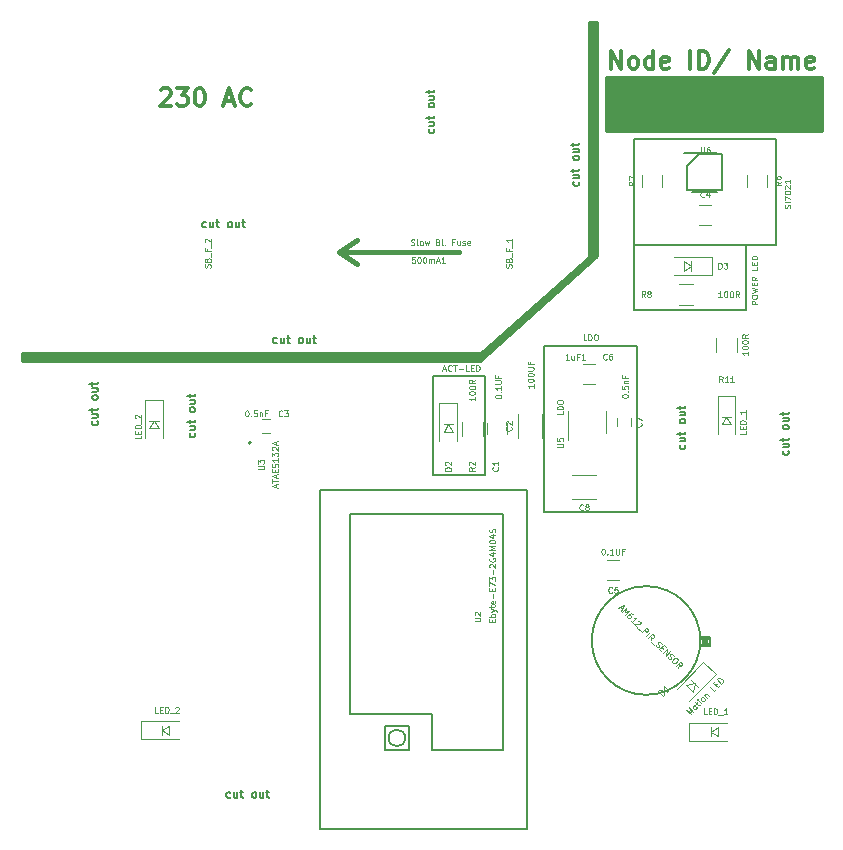
<source format=gto>
G04 #@! TF.GenerationSoftware,KiCad,Pcbnew,(5.0.0)*
G04 #@! TF.CreationDate,2018-09-09T10:03:14+02:00*
G04 #@! TF.ProjectId,reapter,726561707465722E6B696361645F7063,rev?*
G04 #@! TF.SameCoordinates,Original*
G04 #@! TF.FileFunction,Legend,Top*
G04 #@! TF.FilePolarity,Positive*
%FSLAX46Y46*%
G04 Gerber Fmt 4.6, Leading zero omitted, Abs format (unit mm)*
G04 Created by KiCad (PCBNEW (5.0.0)) date 09/09/18 10:03:14*
%MOMM*%
%LPD*%
G01*
G04 APERTURE LIST*
%ADD10C,0.200000*%
%ADD11C,0.300000*%
%ADD12C,0.125000*%
%ADD13C,0.175000*%
%ADD14C,0.400000*%
%ADD15C,0.120000*%
%ADD16C,0.100000*%
%ADD17C,0.150000*%
%ADD18C,0.254000*%
G04 APERTURE END LIST*
D10*
X102400000Y-106200000D02*
X101800000Y-106800000D01*
X102400000Y-107000000D02*
X102400000Y-106200000D01*
X101600000Y-106200000D02*
X102400000Y-107000000D01*
X101600000Y-107000000D02*
X101600000Y-106200000D01*
X102000000Y-106600000D02*
X101600000Y-107000000D01*
X101800000Y-106400000D02*
X102000000Y-106600000D01*
X102200000Y-106400000D02*
X101800000Y-106400000D01*
X102200000Y-106800000D02*
X102200000Y-106400000D01*
X101800000Y-106800000D02*
X102200000Y-106800000D01*
X101800000Y-106400000D02*
X101800000Y-106800000D01*
X102400000Y-107000000D02*
X101600000Y-107000000D01*
X102400000Y-106200000D02*
X102400000Y-107000000D01*
X101600000Y-106200000D02*
X102400000Y-106200000D01*
X88400000Y-95650000D02*
X96250000Y-95650000D01*
D11*
X94044571Y-58082571D02*
X94044571Y-56582571D01*
X94901714Y-58082571D01*
X94901714Y-56582571D01*
X95830285Y-58082571D02*
X95687428Y-58011142D01*
X95616000Y-57939714D01*
X95544571Y-57796857D01*
X95544571Y-57368285D01*
X95616000Y-57225428D01*
X95687428Y-57154000D01*
X95830285Y-57082571D01*
X96044571Y-57082571D01*
X96187428Y-57154000D01*
X96258857Y-57225428D01*
X96330285Y-57368285D01*
X96330285Y-57796857D01*
X96258857Y-57939714D01*
X96187428Y-58011142D01*
X96044571Y-58082571D01*
X95830285Y-58082571D01*
X97616000Y-58082571D02*
X97616000Y-56582571D01*
X97616000Y-58011142D02*
X97473142Y-58082571D01*
X97187428Y-58082571D01*
X97044571Y-58011142D01*
X96973142Y-57939714D01*
X96901714Y-57796857D01*
X96901714Y-57368285D01*
X96973142Y-57225428D01*
X97044571Y-57154000D01*
X97187428Y-57082571D01*
X97473142Y-57082571D01*
X97616000Y-57154000D01*
X98901714Y-58011142D02*
X98758857Y-58082571D01*
X98473142Y-58082571D01*
X98330285Y-58011142D01*
X98258857Y-57868285D01*
X98258857Y-57296857D01*
X98330285Y-57154000D01*
X98473142Y-57082571D01*
X98758857Y-57082571D01*
X98901714Y-57154000D01*
X98973142Y-57296857D01*
X98973142Y-57439714D01*
X98258857Y-57582571D01*
X100758857Y-58082571D02*
X100758857Y-56582571D01*
X101473142Y-58082571D02*
X101473142Y-56582571D01*
X101830285Y-56582571D01*
X102044571Y-56654000D01*
X102187428Y-56796857D01*
X102258857Y-56939714D01*
X102330285Y-57225428D01*
X102330285Y-57439714D01*
X102258857Y-57725428D01*
X102187428Y-57868285D01*
X102044571Y-58011142D01*
X101830285Y-58082571D01*
X101473142Y-58082571D01*
X104044571Y-56511142D02*
X102758857Y-58439714D01*
X105687428Y-58082571D02*
X105687428Y-56582571D01*
X106544571Y-58082571D01*
X106544571Y-56582571D01*
X107901714Y-58082571D02*
X107901714Y-57296857D01*
X107830285Y-57154000D01*
X107687428Y-57082571D01*
X107401714Y-57082571D01*
X107258857Y-57154000D01*
X107901714Y-58011142D02*
X107758857Y-58082571D01*
X107401714Y-58082571D01*
X107258857Y-58011142D01*
X107187428Y-57868285D01*
X107187428Y-57725428D01*
X107258857Y-57582571D01*
X107401714Y-57511142D01*
X107758857Y-57511142D01*
X107901714Y-57439714D01*
X108616000Y-58082571D02*
X108616000Y-57082571D01*
X108616000Y-57225428D02*
X108687428Y-57154000D01*
X108830285Y-57082571D01*
X109044571Y-57082571D01*
X109187428Y-57154000D01*
X109258857Y-57296857D01*
X109258857Y-58082571D01*
X109258857Y-57296857D02*
X109330285Y-57154000D01*
X109473142Y-57082571D01*
X109687428Y-57082571D01*
X109830285Y-57154000D01*
X109901714Y-57296857D01*
X109901714Y-58082571D01*
X111187428Y-58011142D02*
X111044571Y-58082571D01*
X110758857Y-58082571D01*
X110616000Y-58011142D01*
X110544571Y-57868285D01*
X110544571Y-57296857D01*
X110616000Y-57154000D01*
X110758857Y-57082571D01*
X111044571Y-57082571D01*
X111187428Y-57154000D01*
X111258857Y-57296857D01*
X111258857Y-57439714D01*
X110544571Y-57582571D01*
D10*
X63561803Y-89750000D02*
G75*
G03X63561803Y-89750000I-111803J0D01*
G01*
D12*
X100762563Y-112757318D02*
X100409009Y-112403765D01*
X100779399Y-112538452D01*
X100644712Y-112168062D01*
X100998265Y-112521616D01*
X101217131Y-112302749D02*
X101166624Y-112319585D01*
X101132952Y-112319585D01*
X101082444Y-112302749D01*
X100981429Y-112201734D01*
X100964593Y-112151226D01*
X100964593Y-112117555D01*
X100981429Y-112067047D01*
X101031937Y-112016539D01*
X101082444Y-111999704D01*
X101116116Y-111999704D01*
X101166624Y-112016539D01*
X101267639Y-112117555D01*
X101284475Y-112168062D01*
X101284475Y-112201734D01*
X101267639Y-112252242D01*
X101217131Y-112302749D01*
X101200295Y-111848181D02*
X101334982Y-111713494D01*
X101132952Y-111679822D02*
X101435998Y-111982868D01*
X101486505Y-111999704D01*
X101537013Y-111982868D01*
X101570685Y-111949196D01*
X101688536Y-111831345D02*
X101452834Y-111595643D01*
X101334982Y-111477791D02*
X101334982Y-111511463D01*
X101368654Y-111511463D01*
X101368654Y-111477791D01*
X101334982Y-111477791D01*
X101368654Y-111511463D01*
X101907402Y-111612478D02*
X101856895Y-111629314D01*
X101823223Y-111629314D01*
X101772715Y-111612478D01*
X101671700Y-111511463D01*
X101654864Y-111460956D01*
X101654864Y-111427284D01*
X101671700Y-111376776D01*
X101722208Y-111326269D01*
X101772715Y-111309433D01*
X101806387Y-111309433D01*
X101856895Y-111326269D01*
X101957910Y-111427284D01*
X101974746Y-111477791D01*
X101974746Y-111511463D01*
X101957910Y-111561971D01*
X101907402Y-111612478D01*
X101941074Y-111107402D02*
X102176776Y-111343104D01*
X101974746Y-111141074D02*
X101974746Y-111107402D01*
X101991582Y-111056895D01*
X102042089Y-111006387D01*
X102092597Y-110989551D01*
X102143104Y-111006387D01*
X102328299Y-111191582D01*
X102934391Y-110585490D02*
X102766032Y-110753849D01*
X102412478Y-110400295D01*
X102867047Y-110282444D02*
X102984898Y-110164593D01*
X103220600Y-110299280D02*
X103052242Y-110467639D01*
X102698688Y-110114086D01*
X102867047Y-109945727D01*
X103372123Y-110147757D02*
X103018570Y-109794204D01*
X103102749Y-109710024D01*
X103170093Y-109676353D01*
X103237436Y-109676353D01*
X103287944Y-109693189D01*
X103372123Y-109743696D01*
X103422631Y-109794204D01*
X103473139Y-109878383D01*
X103489975Y-109928891D01*
X103489975Y-109996234D01*
X103456303Y-110063578D01*
X103372123Y-110147757D01*
X79802380Y-83533333D02*
X80040476Y-83533333D01*
X79754761Y-83676190D02*
X79921428Y-83176190D01*
X80088095Y-83676190D01*
X80540476Y-83628571D02*
X80516666Y-83652380D01*
X80445238Y-83676190D01*
X80397619Y-83676190D01*
X80326190Y-83652380D01*
X80278571Y-83604761D01*
X80254761Y-83557142D01*
X80230952Y-83461904D01*
X80230952Y-83390476D01*
X80254761Y-83295238D01*
X80278571Y-83247619D01*
X80326190Y-83200000D01*
X80397619Y-83176190D01*
X80445238Y-83176190D01*
X80516666Y-83200000D01*
X80540476Y-83223809D01*
X80683333Y-83176190D02*
X80969047Y-83176190D01*
X80826190Y-83676190D02*
X80826190Y-83176190D01*
X81135714Y-83485714D02*
X81516666Y-83485714D01*
X81992857Y-83676190D02*
X81754761Y-83676190D01*
X81754761Y-83176190D01*
X82159523Y-83414285D02*
X82326190Y-83414285D01*
X82397619Y-83676190D02*
X82159523Y-83676190D01*
X82159523Y-83176190D01*
X82397619Y-83176190D01*
X82611904Y-83676190D02*
X82611904Y-83176190D01*
X82730952Y-83176190D01*
X82802380Y-83200000D01*
X82850000Y-83247619D01*
X82873809Y-83295238D01*
X82897619Y-83390476D01*
X82897619Y-83461904D01*
X82873809Y-83557142D01*
X82850000Y-83604761D01*
X82802380Y-83652380D01*
X82730952Y-83676190D01*
X82611904Y-83676190D01*
X91942857Y-81076190D02*
X91704761Y-81076190D01*
X91704761Y-80576190D01*
X92109523Y-81076190D02*
X92109523Y-80576190D01*
X92228571Y-80576190D01*
X92300000Y-80600000D01*
X92347619Y-80647619D01*
X92371428Y-80695238D01*
X92395238Y-80790476D01*
X92395238Y-80861904D01*
X92371428Y-80957142D01*
X92347619Y-81004761D01*
X92300000Y-81052380D01*
X92228571Y-81076190D01*
X92109523Y-81076190D01*
X92704761Y-80576190D02*
X92800000Y-80576190D01*
X92847619Y-80600000D01*
X92895238Y-80647619D01*
X92919047Y-80742857D01*
X92919047Y-80909523D01*
X92895238Y-81004761D01*
X92847619Y-81052380D01*
X92800000Y-81076190D01*
X92704761Y-81076190D01*
X92657142Y-81052380D01*
X92609523Y-81004761D01*
X92585714Y-80909523D01*
X92585714Y-80742857D01*
X92609523Y-80647619D01*
X92657142Y-80600000D01*
X92704761Y-80576190D01*
D10*
X88400000Y-81550000D02*
X88400000Y-81700000D01*
X96250000Y-81550000D02*
X88400000Y-81550000D01*
X96250000Y-81650000D02*
X96250000Y-81550000D01*
X96250000Y-95650000D02*
X96250000Y-81650000D01*
X88400000Y-81600000D02*
X88400000Y-95650000D01*
X83350000Y-84500000D02*
X83350000Y-84100000D01*
X79000000Y-84600000D02*
X79000000Y-84100000D01*
X83350000Y-84100000D02*
X79000000Y-84100000D01*
X83350000Y-84550000D02*
X83350000Y-84500000D01*
X83350000Y-84700000D02*
X83350000Y-84550000D01*
X83350000Y-92500000D02*
X83350000Y-84700000D01*
X79000000Y-92500000D02*
X83350000Y-92500000D01*
X79000000Y-84500000D02*
X79000000Y-92500000D01*
D12*
X109202380Y-69914285D02*
X109226190Y-69842857D01*
X109226190Y-69723809D01*
X109202380Y-69676190D01*
X109178571Y-69652380D01*
X109130952Y-69628571D01*
X109083333Y-69628571D01*
X109035714Y-69652380D01*
X109011904Y-69676190D01*
X108988095Y-69723809D01*
X108964285Y-69819047D01*
X108940476Y-69866666D01*
X108916666Y-69890476D01*
X108869047Y-69914285D01*
X108821428Y-69914285D01*
X108773809Y-69890476D01*
X108750000Y-69866666D01*
X108726190Y-69819047D01*
X108726190Y-69700000D01*
X108750000Y-69628571D01*
X109226190Y-69414285D02*
X108726190Y-69414285D01*
X108726190Y-69223809D02*
X108726190Y-68890476D01*
X109226190Y-69104761D01*
X108726190Y-68604761D02*
X108726190Y-68557142D01*
X108750000Y-68509523D01*
X108773809Y-68485714D01*
X108821428Y-68461904D01*
X108916666Y-68438095D01*
X109035714Y-68438095D01*
X109130952Y-68461904D01*
X109178571Y-68485714D01*
X109202380Y-68509523D01*
X109226190Y-68557142D01*
X109226190Y-68604761D01*
X109202380Y-68652380D01*
X109178571Y-68676190D01*
X109130952Y-68700000D01*
X109035714Y-68723809D01*
X108916666Y-68723809D01*
X108821428Y-68700000D01*
X108773809Y-68676190D01*
X108750000Y-68652380D01*
X108726190Y-68604761D01*
X108773809Y-68247619D02*
X108750000Y-68223809D01*
X108726190Y-68176190D01*
X108726190Y-68057142D01*
X108750000Y-68009523D01*
X108773809Y-67985714D01*
X108821428Y-67961904D01*
X108869047Y-67961904D01*
X108940476Y-67985714D01*
X109226190Y-68271428D01*
X109226190Y-67961904D01*
X109226190Y-67485714D02*
X109226190Y-67771428D01*
X109226190Y-67628571D02*
X108726190Y-67628571D01*
X108797619Y-67676190D01*
X108845238Y-67723809D01*
X108869047Y-67771428D01*
X106426190Y-78023809D02*
X105926190Y-78023809D01*
X105926190Y-77833333D01*
X105950000Y-77785714D01*
X105973809Y-77761904D01*
X106021428Y-77738095D01*
X106092857Y-77738095D01*
X106140476Y-77761904D01*
X106164285Y-77785714D01*
X106188095Y-77833333D01*
X106188095Y-78023809D01*
X105926190Y-77428571D02*
X105926190Y-77333333D01*
X105950000Y-77285714D01*
X105997619Y-77238095D01*
X106092857Y-77214285D01*
X106259523Y-77214285D01*
X106354761Y-77238095D01*
X106402380Y-77285714D01*
X106426190Y-77333333D01*
X106426190Y-77428571D01*
X106402380Y-77476190D01*
X106354761Y-77523809D01*
X106259523Y-77547619D01*
X106092857Y-77547619D01*
X105997619Y-77523809D01*
X105950000Y-77476190D01*
X105926190Y-77428571D01*
X105926190Y-77047619D02*
X106426190Y-76928571D01*
X106069047Y-76833333D01*
X106426190Y-76738095D01*
X105926190Y-76619047D01*
X106164285Y-76428571D02*
X106164285Y-76261904D01*
X106426190Y-76190476D02*
X106426190Y-76428571D01*
X105926190Y-76428571D01*
X105926190Y-76190476D01*
X106426190Y-75690476D02*
X106188095Y-75857142D01*
X106426190Y-75976190D02*
X105926190Y-75976190D01*
X105926190Y-75785714D01*
X105950000Y-75738095D01*
X105973809Y-75714285D01*
X106021428Y-75690476D01*
X106092857Y-75690476D01*
X106140476Y-75714285D01*
X106164285Y-75738095D01*
X106188095Y-75785714D01*
X106188095Y-75976190D01*
X106426190Y-74857142D02*
X106426190Y-75095238D01*
X105926190Y-75095238D01*
X106164285Y-74690476D02*
X106164285Y-74523809D01*
X106426190Y-74452380D02*
X106426190Y-74690476D01*
X105926190Y-74690476D01*
X105926190Y-74452380D01*
X106426190Y-74238095D02*
X105926190Y-74238095D01*
X105926190Y-74119047D01*
X105950000Y-74047619D01*
X105997619Y-74000000D01*
X106045238Y-73976190D01*
X106140476Y-73952380D01*
X106211904Y-73952380D01*
X106307142Y-73976190D01*
X106354761Y-74000000D01*
X106402380Y-74047619D01*
X106426190Y-74119047D01*
X106426190Y-74238095D01*
D11*
X55918571Y-59891428D02*
X55990000Y-59820000D01*
X56132857Y-59748571D01*
X56490000Y-59748571D01*
X56632857Y-59820000D01*
X56704285Y-59891428D01*
X56775714Y-60034285D01*
X56775714Y-60177142D01*
X56704285Y-60391428D01*
X55847142Y-61248571D01*
X56775714Y-61248571D01*
X57275714Y-59748571D02*
X58204285Y-59748571D01*
X57704285Y-60320000D01*
X57918571Y-60320000D01*
X58061428Y-60391428D01*
X58132857Y-60462857D01*
X58204285Y-60605714D01*
X58204285Y-60962857D01*
X58132857Y-61105714D01*
X58061428Y-61177142D01*
X57918571Y-61248571D01*
X57490000Y-61248571D01*
X57347142Y-61177142D01*
X57275714Y-61105714D01*
X59132857Y-59748571D02*
X59275714Y-59748571D01*
X59418571Y-59820000D01*
X59490000Y-59891428D01*
X59561428Y-60034285D01*
X59632857Y-60320000D01*
X59632857Y-60677142D01*
X59561428Y-60962857D01*
X59490000Y-61105714D01*
X59418571Y-61177142D01*
X59275714Y-61248571D01*
X59132857Y-61248571D01*
X58990000Y-61177142D01*
X58918571Y-61105714D01*
X58847142Y-60962857D01*
X58775714Y-60677142D01*
X58775714Y-60320000D01*
X58847142Y-60034285D01*
X58918571Y-59891428D01*
X58990000Y-59820000D01*
X59132857Y-59748571D01*
X61347142Y-60820000D02*
X62061428Y-60820000D01*
X61204285Y-61248571D02*
X61704285Y-59748571D01*
X62204285Y-61248571D01*
X63561428Y-61105714D02*
X63490000Y-61177142D01*
X63275714Y-61248571D01*
X63132857Y-61248571D01*
X62918571Y-61177142D01*
X62775714Y-61034285D01*
X62704285Y-60891428D01*
X62632857Y-60605714D01*
X62632857Y-60391428D01*
X62704285Y-60105714D01*
X62775714Y-59962857D01*
X62918571Y-59820000D01*
X63132857Y-59748571D01*
X63275714Y-59748571D01*
X63490000Y-59820000D01*
X63561428Y-59891428D01*
D10*
X105500000Y-78500000D02*
X105500000Y-73000000D01*
X96000000Y-78500000D02*
X105500000Y-78500000D01*
X96000000Y-73000000D02*
X96000000Y-78500000D01*
X96000000Y-64000000D02*
X96000000Y-65000000D01*
X108000000Y-64000000D02*
X96000000Y-64000000D01*
X108000000Y-73000000D02*
X108000000Y-64000000D01*
X96000000Y-73000000D02*
X108000000Y-73000000D01*
X96000000Y-65000000D02*
X96000000Y-73000000D01*
X101601087Y-106500000D02*
G75*
G03X101601087Y-106500000I-4601087J0D01*
G01*
D13*
X79033333Y-63200000D02*
X79066666Y-63266666D01*
X79066666Y-63400000D01*
X79033333Y-63466666D01*
X79000000Y-63500000D01*
X78933333Y-63533333D01*
X78733333Y-63533333D01*
X78666666Y-63500000D01*
X78633333Y-63466666D01*
X78600000Y-63400000D01*
X78600000Y-63266666D01*
X78633333Y-63200000D01*
X78600000Y-62600000D02*
X79066666Y-62600000D01*
X78600000Y-62900000D02*
X78966666Y-62900000D01*
X79033333Y-62866666D01*
X79066666Y-62800000D01*
X79066666Y-62700000D01*
X79033333Y-62633333D01*
X79000000Y-62600000D01*
X78600000Y-62366666D02*
X78600000Y-62100000D01*
X78366666Y-62266666D02*
X78966666Y-62266666D01*
X79033333Y-62233333D01*
X79066666Y-62166666D01*
X79066666Y-62100000D01*
X79066666Y-61233333D02*
X79033333Y-61300000D01*
X79000000Y-61333333D01*
X78933333Y-61366666D01*
X78733333Y-61366666D01*
X78666666Y-61333333D01*
X78633333Y-61300000D01*
X78600000Y-61233333D01*
X78600000Y-61133333D01*
X78633333Y-61066666D01*
X78666666Y-61033333D01*
X78733333Y-61000000D01*
X78933333Y-61000000D01*
X79000000Y-61033333D01*
X79033333Y-61066666D01*
X79066666Y-61133333D01*
X79066666Y-61233333D01*
X78600000Y-60400000D02*
X79066666Y-60400000D01*
X78600000Y-60700000D02*
X78966666Y-60700000D01*
X79033333Y-60666666D01*
X79066666Y-60600000D01*
X79066666Y-60500000D01*
X79033333Y-60433333D01*
X79000000Y-60400000D01*
X78600000Y-60166666D02*
X78600000Y-59900000D01*
X78366666Y-60066666D02*
X78966666Y-60066666D01*
X79033333Y-60033333D01*
X79066666Y-59966666D01*
X79066666Y-59900000D01*
X91283333Y-67650000D02*
X91316666Y-67716666D01*
X91316666Y-67850000D01*
X91283333Y-67916666D01*
X91250000Y-67950000D01*
X91183333Y-67983333D01*
X90983333Y-67983333D01*
X90916666Y-67950000D01*
X90883333Y-67916666D01*
X90850000Y-67850000D01*
X90850000Y-67716666D01*
X90883333Y-67650000D01*
X90850000Y-67050000D02*
X91316666Y-67050000D01*
X90850000Y-67350000D02*
X91216666Y-67350000D01*
X91283333Y-67316666D01*
X91316666Y-67250000D01*
X91316666Y-67150000D01*
X91283333Y-67083333D01*
X91250000Y-67050000D01*
X90850000Y-66816666D02*
X90850000Y-66550000D01*
X90616666Y-66716666D02*
X91216666Y-66716666D01*
X91283333Y-66683333D01*
X91316666Y-66616666D01*
X91316666Y-66550000D01*
X91316666Y-65683333D02*
X91283333Y-65750000D01*
X91250000Y-65783333D01*
X91183333Y-65816666D01*
X90983333Y-65816666D01*
X90916666Y-65783333D01*
X90883333Y-65750000D01*
X90850000Y-65683333D01*
X90850000Y-65583333D01*
X90883333Y-65516666D01*
X90916666Y-65483333D01*
X90983333Y-65450000D01*
X91183333Y-65450000D01*
X91250000Y-65483333D01*
X91283333Y-65516666D01*
X91316666Y-65583333D01*
X91316666Y-65683333D01*
X90850000Y-64850000D02*
X91316666Y-64850000D01*
X90850000Y-65150000D02*
X91216666Y-65150000D01*
X91283333Y-65116666D01*
X91316666Y-65050000D01*
X91316666Y-64950000D01*
X91283333Y-64883333D01*
X91250000Y-64850000D01*
X90850000Y-64616666D02*
X90850000Y-64350000D01*
X90616666Y-64516666D02*
X91216666Y-64516666D01*
X91283333Y-64483333D01*
X91316666Y-64416666D01*
X91316666Y-64350000D01*
X65750000Y-81283333D02*
X65683333Y-81316666D01*
X65550000Y-81316666D01*
X65483333Y-81283333D01*
X65450000Y-81250000D01*
X65416666Y-81183333D01*
X65416666Y-80983333D01*
X65450000Y-80916666D01*
X65483333Y-80883333D01*
X65550000Y-80850000D01*
X65683333Y-80850000D01*
X65750000Y-80883333D01*
X66350000Y-80850000D02*
X66350000Y-81316666D01*
X66050000Y-80850000D02*
X66050000Y-81216666D01*
X66083333Y-81283333D01*
X66150000Y-81316666D01*
X66250000Y-81316666D01*
X66316666Y-81283333D01*
X66350000Y-81250000D01*
X66583333Y-80850000D02*
X66850000Y-80850000D01*
X66683333Y-80616666D02*
X66683333Y-81216666D01*
X66716666Y-81283333D01*
X66783333Y-81316666D01*
X66850000Y-81316666D01*
X67716666Y-81316666D02*
X67650000Y-81283333D01*
X67616666Y-81250000D01*
X67583333Y-81183333D01*
X67583333Y-80983333D01*
X67616666Y-80916666D01*
X67650000Y-80883333D01*
X67716666Y-80850000D01*
X67816666Y-80850000D01*
X67883333Y-80883333D01*
X67916666Y-80916666D01*
X67950000Y-80983333D01*
X67950000Y-81183333D01*
X67916666Y-81250000D01*
X67883333Y-81283333D01*
X67816666Y-81316666D01*
X67716666Y-81316666D01*
X68550000Y-80850000D02*
X68550000Y-81316666D01*
X68250000Y-80850000D02*
X68250000Y-81216666D01*
X68283333Y-81283333D01*
X68350000Y-81316666D01*
X68450000Y-81316666D01*
X68516666Y-81283333D01*
X68550000Y-81250000D01*
X68783333Y-80850000D02*
X69050000Y-80850000D01*
X68883333Y-80616666D02*
X68883333Y-81216666D01*
X68916666Y-81283333D01*
X68983333Y-81316666D01*
X69050000Y-81316666D01*
X109033333Y-90450000D02*
X109066666Y-90516666D01*
X109066666Y-90650000D01*
X109033333Y-90716666D01*
X109000000Y-90750000D01*
X108933333Y-90783333D01*
X108733333Y-90783333D01*
X108666666Y-90750000D01*
X108633333Y-90716666D01*
X108600000Y-90650000D01*
X108600000Y-90516666D01*
X108633333Y-90450000D01*
X108600000Y-89850000D02*
X109066666Y-89850000D01*
X108600000Y-90150000D02*
X108966666Y-90150000D01*
X109033333Y-90116666D01*
X109066666Y-90050000D01*
X109066666Y-89950000D01*
X109033333Y-89883333D01*
X109000000Y-89850000D01*
X108600000Y-89616666D02*
X108600000Y-89350000D01*
X108366666Y-89516666D02*
X108966666Y-89516666D01*
X109033333Y-89483333D01*
X109066666Y-89416666D01*
X109066666Y-89350000D01*
X109066666Y-88483333D02*
X109033333Y-88550000D01*
X109000000Y-88583333D01*
X108933333Y-88616666D01*
X108733333Y-88616666D01*
X108666666Y-88583333D01*
X108633333Y-88550000D01*
X108600000Y-88483333D01*
X108600000Y-88383333D01*
X108633333Y-88316666D01*
X108666666Y-88283333D01*
X108733333Y-88250000D01*
X108933333Y-88250000D01*
X109000000Y-88283333D01*
X109033333Y-88316666D01*
X109066666Y-88383333D01*
X109066666Y-88483333D01*
X108600000Y-87650000D02*
X109066666Y-87650000D01*
X108600000Y-87950000D02*
X108966666Y-87950000D01*
X109033333Y-87916666D01*
X109066666Y-87850000D01*
X109066666Y-87750000D01*
X109033333Y-87683333D01*
X109000000Y-87650000D01*
X108600000Y-87416666D02*
X108600000Y-87150000D01*
X108366666Y-87316666D02*
X108966666Y-87316666D01*
X109033333Y-87283333D01*
X109066666Y-87216666D01*
X109066666Y-87150000D01*
X100283333Y-89950000D02*
X100316666Y-90016666D01*
X100316666Y-90150000D01*
X100283333Y-90216666D01*
X100250000Y-90250000D01*
X100183333Y-90283333D01*
X99983333Y-90283333D01*
X99916666Y-90250000D01*
X99883333Y-90216666D01*
X99850000Y-90150000D01*
X99850000Y-90016666D01*
X99883333Y-89950000D01*
X99850000Y-89350000D02*
X100316666Y-89350000D01*
X99850000Y-89650000D02*
X100216666Y-89650000D01*
X100283333Y-89616666D01*
X100316666Y-89550000D01*
X100316666Y-89450000D01*
X100283333Y-89383333D01*
X100250000Y-89350000D01*
X99850000Y-89116666D02*
X99850000Y-88850000D01*
X99616666Y-89016666D02*
X100216666Y-89016666D01*
X100283333Y-88983333D01*
X100316666Y-88916666D01*
X100316666Y-88850000D01*
X100316666Y-87983333D02*
X100283333Y-88050000D01*
X100250000Y-88083333D01*
X100183333Y-88116666D01*
X99983333Y-88116666D01*
X99916666Y-88083333D01*
X99883333Y-88050000D01*
X99850000Y-87983333D01*
X99850000Y-87883333D01*
X99883333Y-87816666D01*
X99916666Y-87783333D01*
X99983333Y-87750000D01*
X100183333Y-87750000D01*
X100250000Y-87783333D01*
X100283333Y-87816666D01*
X100316666Y-87883333D01*
X100316666Y-87983333D01*
X99850000Y-87150000D02*
X100316666Y-87150000D01*
X99850000Y-87450000D02*
X100216666Y-87450000D01*
X100283333Y-87416666D01*
X100316666Y-87350000D01*
X100316666Y-87250000D01*
X100283333Y-87183333D01*
X100250000Y-87150000D01*
X99850000Y-86916666D02*
X99850000Y-86650000D01*
X99616666Y-86816666D02*
X100216666Y-86816666D01*
X100283333Y-86783333D01*
X100316666Y-86716666D01*
X100316666Y-86650000D01*
X59750000Y-71483333D02*
X59683333Y-71516666D01*
X59550000Y-71516666D01*
X59483333Y-71483333D01*
X59450000Y-71450000D01*
X59416666Y-71383333D01*
X59416666Y-71183333D01*
X59450000Y-71116666D01*
X59483333Y-71083333D01*
X59550000Y-71050000D01*
X59683333Y-71050000D01*
X59750000Y-71083333D01*
X60350000Y-71050000D02*
X60350000Y-71516666D01*
X60050000Y-71050000D02*
X60050000Y-71416666D01*
X60083333Y-71483333D01*
X60150000Y-71516666D01*
X60250000Y-71516666D01*
X60316666Y-71483333D01*
X60350000Y-71450000D01*
X60583333Y-71050000D02*
X60850000Y-71050000D01*
X60683333Y-70816666D02*
X60683333Y-71416666D01*
X60716666Y-71483333D01*
X60783333Y-71516666D01*
X60850000Y-71516666D01*
X61716666Y-71516666D02*
X61650000Y-71483333D01*
X61616666Y-71450000D01*
X61583333Y-71383333D01*
X61583333Y-71183333D01*
X61616666Y-71116666D01*
X61650000Y-71083333D01*
X61716666Y-71050000D01*
X61816666Y-71050000D01*
X61883333Y-71083333D01*
X61916666Y-71116666D01*
X61950000Y-71183333D01*
X61950000Y-71383333D01*
X61916666Y-71450000D01*
X61883333Y-71483333D01*
X61816666Y-71516666D01*
X61716666Y-71516666D01*
X62550000Y-71050000D02*
X62550000Y-71516666D01*
X62250000Y-71050000D02*
X62250000Y-71416666D01*
X62283333Y-71483333D01*
X62350000Y-71516666D01*
X62450000Y-71516666D01*
X62516666Y-71483333D01*
X62550000Y-71450000D01*
X62783333Y-71050000D02*
X63050000Y-71050000D01*
X62883333Y-70816666D02*
X62883333Y-71416666D01*
X62916666Y-71483333D01*
X62983333Y-71516666D01*
X63050000Y-71516666D01*
X61800000Y-119783333D02*
X61733333Y-119816666D01*
X61600000Y-119816666D01*
X61533333Y-119783333D01*
X61500000Y-119750000D01*
X61466666Y-119683333D01*
X61466666Y-119483333D01*
X61500000Y-119416666D01*
X61533333Y-119383333D01*
X61600000Y-119350000D01*
X61733333Y-119350000D01*
X61800000Y-119383333D01*
X62400000Y-119350000D02*
X62400000Y-119816666D01*
X62100000Y-119350000D02*
X62100000Y-119716666D01*
X62133333Y-119783333D01*
X62200000Y-119816666D01*
X62300000Y-119816666D01*
X62366666Y-119783333D01*
X62400000Y-119750000D01*
X62633333Y-119350000D02*
X62900000Y-119350000D01*
X62733333Y-119116666D02*
X62733333Y-119716666D01*
X62766666Y-119783333D01*
X62833333Y-119816666D01*
X62900000Y-119816666D01*
X63766666Y-119816666D02*
X63700000Y-119783333D01*
X63666666Y-119750000D01*
X63633333Y-119683333D01*
X63633333Y-119483333D01*
X63666666Y-119416666D01*
X63700000Y-119383333D01*
X63766666Y-119350000D01*
X63866666Y-119350000D01*
X63933333Y-119383333D01*
X63966666Y-119416666D01*
X64000000Y-119483333D01*
X64000000Y-119683333D01*
X63966666Y-119750000D01*
X63933333Y-119783333D01*
X63866666Y-119816666D01*
X63766666Y-119816666D01*
X64600000Y-119350000D02*
X64600000Y-119816666D01*
X64300000Y-119350000D02*
X64300000Y-119716666D01*
X64333333Y-119783333D01*
X64400000Y-119816666D01*
X64500000Y-119816666D01*
X64566666Y-119783333D01*
X64600000Y-119750000D01*
X64833333Y-119350000D02*
X65100000Y-119350000D01*
X64933333Y-119116666D02*
X64933333Y-119716666D01*
X64966666Y-119783333D01*
X65033333Y-119816666D01*
X65100000Y-119816666D01*
X58783333Y-88950000D02*
X58816666Y-89016666D01*
X58816666Y-89150000D01*
X58783333Y-89216666D01*
X58750000Y-89250000D01*
X58683333Y-89283333D01*
X58483333Y-89283333D01*
X58416666Y-89250000D01*
X58383333Y-89216666D01*
X58350000Y-89150000D01*
X58350000Y-89016666D01*
X58383333Y-88950000D01*
X58350000Y-88350000D02*
X58816666Y-88350000D01*
X58350000Y-88650000D02*
X58716666Y-88650000D01*
X58783333Y-88616666D01*
X58816666Y-88550000D01*
X58816666Y-88450000D01*
X58783333Y-88383333D01*
X58750000Y-88350000D01*
X58350000Y-88116666D02*
X58350000Y-87850000D01*
X58116666Y-88016666D02*
X58716666Y-88016666D01*
X58783333Y-87983333D01*
X58816666Y-87916666D01*
X58816666Y-87850000D01*
X58816666Y-86983333D02*
X58783333Y-87050000D01*
X58750000Y-87083333D01*
X58683333Y-87116666D01*
X58483333Y-87116666D01*
X58416666Y-87083333D01*
X58383333Y-87050000D01*
X58350000Y-86983333D01*
X58350000Y-86883333D01*
X58383333Y-86816666D01*
X58416666Y-86783333D01*
X58483333Y-86750000D01*
X58683333Y-86750000D01*
X58750000Y-86783333D01*
X58783333Y-86816666D01*
X58816666Y-86883333D01*
X58816666Y-86983333D01*
X58350000Y-86150000D02*
X58816666Y-86150000D01*
X58350000Y-86450000D02*
X58716666Y-86450000D01*
X58783333Y-86416666D01*
X58816666Y-86350000D01*
X58816666Y-86250000D01*
X58783333Y-86183333D01*
X58750000Y-86150000D01*
X58350000Y-85916666D02*
X58350000Y-85650000D01*
X58116666Y-85816666D02*
X58716666Y-85816666D01*
X58783333Y-85783333D01*
X58816666Y-85716666D01*
X58816666Y-85650000D01*
X50533333Y-87950000D02*
X50566666Y-88016666D01*
X50566666Y-88150000D01*
X50533333Y-88216666D01*
X50500000Y-88250000D01*
X50433333Y-88283333D01*
X50233333Y-88283333D01*
X50166666Y-88250000D01*
X50133333Y-88216666D01*
X50100000Y-88150000D01*
X50100000Y-88016666D01*
X50133333Y-87950000D01*
X50100000Y-87350000D02*
X50566666Y-87350000D01*
X50100000Y-87650000D02*
X50466666Y-87650000D01*
X50533333Y-87616666D01*
X50566666Y-87550000D01*
X50566666Y-87450000D01*
X50533333Y-87383333D01*
X50500000Y-87350000D01*
X50100000Y-87116666D02*
X50100000Y-86850000D01*
X49866666Y-87016666D02*
X50466666Y-87016666D01*
X50533333Y-86983333D01*
X50566666Y-86916666D01*
X50566666Y-86850000D01*
X50566666Y-85983333D02*
X50533333Y-86050000D01*
X50500000Y-86083333D01*
X50433333Y-86116666D01*
X50233333Y-86116666D01*
X50166666Y-86083333D01*
X50133333Y-86050000D01*
X50100000Y-85983333D01*
X50100000Y-85883333D01*
X50133333Y-85816666D01*
X50166666Y-85783333D01*
X50233333Y-85750000D01*
X50433333Y-85750000D01*
X50500000Y-85783333D01*
X50533333Y-85816666D01*
X50566666Y-85883333D01*
X50566666Y-85983333D01*
X50100000Y-85150000D02*
X50566666Y-85150000D01*
X50100000Y-85450000D02*
X50466666Y-85450000D01*
X50533333Y-85416666D01*
X50566666Y-85350000D01*
X50566666Y-85250000D01*
X50533333Y-85183333D01*
X50500000Y-85150000D01*
X50100000Y-84916666D02*
X50100000Y-84650000D01*
X49866666Y-84816666D02*
X50466666Y-84816666D01*
X50533333Y-84783333D01*
X50566666Y-84716666D01*
X50566666Y-84650000D01*
D14*
G04 #@! TO.C,500mA1*
X81200000Y-73600000D02*
X71000000Y-73600000D01*
X72500000Y-74600000D02*
X71000000Y-73600000D01*
X71000000Y-73600000D02*
X72500000Y-72600000D01*
D15*
G04 #@! TO.C,LED_2*
X56070000Y-86150000D02*
X54570000Y-86150000D01*
X56070000Y-86150000D02*
X56070000Y-89350000D01*
X54570000Y-89350000D02*
X54570000Y-86150000D01*
D16*
X55720000Y-88550000D02*
X54920000Y-88550000D01*
X54920000Y-88550000D02*
X55320000Y-87950000D01*
X55320000Y-87950000D02*
X55720000Y-88550000D01*
X55720000Y-87950000D02*
X54920000Y-87950000D01*
D15*
G04 #@! TO.C,D3*
X102600000Y-75550000D02*
X102600000Y-74050000D01*
X102600000Y-75550000D02*
X99400000Y-75550000D01*
X99400000Y-74050000D02*
X102600000Y-74050000D01*
D16*
X100200000Y-75200000D02*
X100200000Y-74400000D01*
X100200000Y-74400000D02*
X100800000Y-74800000D01*
X100800000Y-74800000D02*
X100200000Y-75200000D01*
X100800000Y-75200000D02*
X100800000Y-74400000D01*
D15*
G04 #@! TO.C,D2*
X81000000Y-86410000D02*
X79500000Y-86410000D01*
X81000000Y-86410000D02*
X81000000Y-89610000D01*
X79500000Y-89610000D02*
X79500000Y-86410000D01*
D16*
X80650000Y-88810000D02*
X79850000Y-88810000D01*
X79850000Y-88810000D02*
X80250000Y-88210000D01*
X80250000Y-88210000D02*
X80650000Y-88810000D01*
X80650000Y-88210000D02*
X79850000Y-88210000D01*
D15*
G04 #@! TO.C,D1*
X102910965Y-109374695D02*
X101850305Y-108314035D01*
X102910965Y-109374695D02*
X100648223Y-111637437D01*
X99587563Y-110576777D02*
X101850305Y-108314035D01*
D16*
X100966421Y-110824264D02*
X100400736Y-110258579D01*
X100400736Y-110258579D02*
X101107843Y-110117157D01*
X101107843Y-110117157D02*
X100966421Y-110824264D01*
X101390685Y-110400000D02*
X100825000Y-109834315D01*
D15*
G04 #@! TO.C,LED_2*
X54225000Y-113350000D02*
X54225000Y-114850000D01*
X54225000Y-113350000D02*
X57425000Y-113350000D01*
X57425000Y-114850000D02*
X54225000Y-114850000D01*
D16*
X56625000Y-113700000D02*
X56625000Y-114500000D01*
X56625000Y-114500000D02*
X56025000Y-114100000D01*
X56025000Y-114100000D02*
X56625000Y-113700000D01*
X56025000Y-113700000D02*
X56025000Y-114500000D01*
D15*
G04 #@! TO.C,LED_1*
X104550000Y-85810000D02*
X103050000Y-85810000D01*
X104550000Y-85810000D02*
X104550000Y-89010000D01*
X103050000Y-89010000D02*
X103050000Y-85810000D01*
D16*
X104200000Y-88210000D02*
X103400000Y-88210000D01*
X103400000Y-88210000D02*
X103800000Y-87610000D01*
X103800000Y-87610000D02*
X104200000Y-88210000D01*
X104200000Y-87610000D02*
X103400000Y-87610000D01*
D15*
X100675000Y-113475000D02*
X100675000Y-114975000D01*
X100675000Y-113475000D02*
X103875000Y-113475000D01*
X103875000Y-114975000D02*
X100675000Y-114975000D01*
D16*
X103075000Y-113825000D02*
X103075000Y-114625000D01*
X103075000Y-114625000D02*
X102475000Y-114225000D01*
X102475000Y-114225000D02*
X103075000Y-113825000D01*
X102475000Y-113825000D02*
X102475000Y-114625000D01*
D17*
G04 #@! TO.C,U6*
X101450000Y-65350000D02*
X103450000Y-65350000D01*
X103450000Y-65350000D02*
X103450000Y-68350000D01*
X103450000Y-68350000D02*
X100450000Y-68350000D01*
X100450000Y-68350000D02*
X100450000Y-66350000D01*
X100450000Y-66350000D02*
X101450000Y-65350000D01*
X100925000Y-68500000D02*
X102975000Y-68500000D01*
X100220000Y-65200000D02*
X102975000Y-65200000D01*
D15*
G04 #@! TO.C,C1*
X83550000Y-88050000D02*
X83550000Y-89050000D01*
X85250000Y-89050000D02*
X85250000Y-88050000D01*
G04 #@! TO.C,C2*
X86130000Y-87350000D02*
X86130000Y-89350000D01*
X88170000Y-89350000D02*
X88170000Y-87350000D01*
G04 #@! TO.C,C3*
X64500000Y-87775000D02*
X65200000Y-87775000D01*
X65200000Y-88975000D02*
X64500000Y-88975000D01*
G04 #@! TO.C,C5*
X93700000Y-101350000D02*
X94700000Y-101350000D01*
X94700000Y-99650000D02*
X93700000Y-99650000D01*
G04 #@! TO.C,C6*
X91700000Y-84800000D02*
X92700000Y-84800000D01*
X92700000Y-83100000D02*
X91700000Y-83100000D01*
G04 #@! TO.C,C7*
X95750000Y-87650000D02*
X95750000Y-88350000D01*
X94550000Y-88350000D02*
X94550000Y-87650000D01*
G04 #@! TO.C,R2*
X81450000Y-89210000D02*
X81450000Y-88010000D01*
X83210000Y-88010000D02*
X83210000Y-89210000D01*
G04 #@! TO.C,R6*
X107276000Y-68064000D02*
X107276000Y-67064000D01*
X105576000Y-67064000D02*
X105576000Y-68064000D01*
G04 #@! TO.C,R7*
X96686000Y-67064000D02*
X96686000Y-68064000D01*
X98386000Y-68064000D02*
X98386000Y-67064000D01*
D17*
G04 #@! TO.C,U2*
X76900000Y-113750000D02*
X74900000Y-113750000D01*
X74900000Y-113750000D02*
X74900000Y-115750000D01*
X74900000Y-115750000D02*
X76900000Y-115750000D01*
X76900000Y-115750000D02*
X76900000Y-113750000D01*
X76607107Y-114750000D02*
G75*
G03X76607107Y-114750000I-707107J0D01*
G01*
X84900000Y-95750000D02*
X71900000Y-95750000D01*
X71900000Y-95750000D02*
X71900000Y-112750000D01*
X71900000Y-112750000D02*
X78900000Y-112750000D01*
X78900000Y-112750000D02*
X78900000Y-115750000D01*
X78900000Y-115750000D02*
X84900000Y-115750000D01*
X84900000Y-115750000D02*
X84900000Y-95750000D01*
X86900000Y-93750000D02*
X69400000Y-93750000D01*
X69400000Y-93750000D02*
X69400000Y-122450000D01*
X69400000Y-122450000D02*
X86900000Y-122450000D01*
X86900000Y-122450000D02*
X86900000Y-93750000D01*
D15*
G04 #@! TO.C,C4*
X102500000Y-69650000D02*
X101500000Y-69650000D01*
X101500000Y-71350000D02*
X102500000Y-71350000D01*
G04 #@! TO.C,U5*
X93610000Y-88900000D02*
X93610000Y-87100000D01*
X90390000Y-87100000D02*
X90390000Y-89550000D01*
G04 #@! TO.C,C8*
X90750000Y-94520000D02*
X92750000Y-94520000D01*
X92750000Y-92480000D02*
X90750000Y-92480000D01*
G04 #@! TO.C,R8*
X99800000Y-76320000D02*
X101000000Y-76320000D01*
X101000000Y-78080000D02*
X99800000Y-78080000D01*
G04 #@! TO.C,R11*
X104680000Y-80850000D02*
X104680000Y-82050000D01*
X102920000Y-82050000D02*
X102920000Y-80850000D01*
G04 #@! TO.C,500mA1*
D12*
X77418892Y-74035477D02*
X77180797Y-74035477D01*
X77156988Y-74273572D01*
X77180797Y-74249763D01*
X77228416Y-74225953D01*
X77347464Y-74225953D01*
X77395083Y-74249763D01*
X77418892Y-74273572D01*
X77442702Y-74321191D01*
X77442702Y-74440239D01*
X77418892Y-74487858D01*
X77395083Y-74511667D01*
X77347464Y-74535477D01*
X77228416Y-74535477D01*
X77180797Y-74511667D01*
X77156988Y-74487858D01*
X77752226Y-74035477D02*
X77799845Y-74035477D01*
X77847464Y-74059287D01*
X77871273Y-74083096D01*
X77895083Y-74130715D01*
X77918892Y-74225953D01*
X77918892Y-74345001D01*
X77895083Y-74440239D01*
X77871273Y-74487858D01*
X77847464Y-74511667D01*
X77799845Y-74535477D01*
X77752226Y-74535477D01*
X77704607Y-74511667D01*
X77680797Y-74487858D01*
X77656988Y-74440239D01*
X77633178Y-74345001D01*
X77633178Y-74225953D01*
X77656988Y-74130715D01*
X77680797Y-74083096D01*
X77704607Y-74059287D01*
X77752226Y-74035477D01*
X78228416Y-74035477D02*
X78276035Y-74035477D01*
X78323654Y-74059287D01*
X78347464Y-74083096D01*
X78371273Y-74130715D01*
X78395083Y-74225953D01*
X78395083Y-74345001D01*
X78371273Y-74440239D01*
X78347464Y-74487858D01*
X78323654Y-74511667D01*
X78276035Y-74535477D01*
X78228416Y-74535477D01*
X78180797Y-74511667D01*
X78156988Y-74487858D01*
X78133178Y-74440239D01*
X78109369Y-74345001D01*
X78109369Y-74225953D01*
X78133178Y-74130715D01*
X78156988Y-74083096D01*
X78180797Y-74059287D01*
X78228416Y-74035477D01*
X78609369Y-74535477D02*
X78609369Y-74202144D01*
X78609369Y-74249763D02*
X78633178Y-74225953D01*
X78680797Y-74202144D01*
X78752226Y-74202144D01*
X78799845Y-74225953D01*
X78823654Y-74273572D01*
X78823654Y-74535477D01*
X78823654Y-74273572D02*
X78847464Y-74225953D01*
X78895083Y-74202144D01*
X78966511Y-74202144D01*
X79014130Y-74225953D01*
X79037940Y-74273572D01*
X79037940Y-74535477D01*
X79252226Y-74392620D02*
X79490321Y-74392620D01*
X79204607Y-74535477D02*
X79371273Y-74035477D01*
X79537940Y-74535477D01*
X79966511Y-74535477D02*
X79680797Y-74535477D01*
X79823654Y-74535477D02*
X79823654Y-74035477D01*
X79776035Y-74106906D01*
X79728416Y-74154525D01*
X79680797Y-74178334D01*
X77100000Y-73002380D02*
X77171428Y-73026190D01*
X77290476Y-73026190D01*
X77338095Y-73002380D01*
X77361904Y-72978571D01*
X77385714Y-72930952D01*
X77385714Y-72883333D01*
X77361904Y-72835714D01*
X77338095Y-72811904D01*
X77290476Y-72788095D01*
X77195238Y-72764285D01*
X77147619Y-72740476D01*
X77123809Y-72716666D01*
X77100000Y-72669047D01*
X77100000Y-72621428D01*
X77123809Y-72573809D01*
X77147619Y-72550000D01*
X77195238Y-72526190D01*
X77314285Y-72526190D01*
X77385714Y-72550000D01*
X77671428Y-73026190D02*
X77623809Y-73002380D01*
X77600000Y-72954761D01*
X77600000Y-72526190D01*
X77933333Y-73026190D02*
X77885714Y-73002380D01*
X77861904Y-72978571D01*
X77838095Y-72930952D01*
X77838095Y-72788095D01*
X77861904Y-72740476D01*
X77885714Y-72716666D01*
X77933333Y-72692857D01*
X78004761Y-72692857D01*
X78052380Y-72716666D01*
X78076190Y-72740476D01*
X78100000Y-72788095D01*
X78100000Y-72930952D01*
X78076190Y-72978571D01*
X78052380Y-73002380D01*
X78004761Y-73026190D01*
X77933333Y-73026190D01*
X78266666Y-72692857D02*
X78361904Y-73026190D01*
X78457142Y-72788095D01*
X78552380Y-73026190D01*
X78647619Y-72692857D01*
X79385714Y-72764285D02*
X79457142Y-72788095D01*
X79480952Y-72811904D01*
X79504761Y-72859523D01*
X79504761Y-72930952D01*
X79480952Y-72978571D01*
X79457142Y-73002380D01*
X79409523Y-73026190D01*
X79219047Y-73026190D01*
X79219047Y-72526190D01*
X79385714Y-72526190D01*
X79433333Y-72550000D01*
X79457142Y-72573809D01*
X79480952Y-72621428D01*
X79480952Y-72669047D01*
X79457142Y-72716666D01*
X79433333Y-72740476D01*
X79385714Y-72764285D01*
X79219047Y-72764285D01*
X79790476Y-73026190D02*
X79742857Y-73002380D01*
X79719047Y-72954761D01*
X79719047Y-72526190D01*
X79980952Y-72978571D02*
X80004761Y-73002380D01*
X79980952Y-73026190D01*
X79957142Y-73002380D01*
X79980952Y-72978571D01*
X79980952Y-73026190D01*
X80766666Y-72764285D02*
X80600000Y-72764285D01*
X80600000Y-73026190D02*
X80600000Y-72526190D01*
X80838095Y-72526190D01*
X81242857Y-72692857D02*
X81242857Y-73026190D01*
X81028571Y-72692857D02*
X81028571Y-72954761D01*
X81052380Y-73002380D01*
X81100000Y-73026190D01*
X81171428Y-73026190D01*
X81219047Y-73002380D01*
X81242857Y-72978571D01*
X81457142Y-73002380D02*
X81504761Y-73026190D01*
X81600000Y-73026190D01*
X81647619Y-73002380D01*
X81671428Y-72954761D01*
X81671428Y-72930952D01*
X81647619Y-72883333D01*
X81600000Y-72859523D01*
X81528571Y-72859523D01*
X81480952Y-72835714D01*
X81457142Y-72788095D01*
X81457142Y-72764285D01*
X81480952Y-72716666D01*
X81528571Y-72692857D01*
X81600000Y-72692857D01*
X81647619Y-72716666D01*
X82076190Y-73002380D02*
X82028571Y-73026190D01*
X81933333Y-73026190D01*
X81885714Y-73002380D01*
X81861904Y-72954761D01*
X81861904Y-72764285D01*
X81885714Y-72716666D01*
X81933333Y-72692857D01*
X82028571Y-72692857D01*
X82076190Y-72716666D01*
X82100000Y-72764285D01*
X82100000Y-72811904D01*
X81861904Y-72859523D01*
X60102380Y-74926190D02*
X60126190Y-74854761D01*
X60126190Y-74735714D01*
X60102380Y-74688095D01*
X60078571Y-74664285D01*
X60030952Y-74640476D01*
X59983333Y-74640476D01*
X59935714Y-74664285D01*
X59911904Y-74688095D01*
X59888095Y-74735714D01*
X59864285Y-74830952D01*
X59840476Y-74878571D01*
X59816666Y-74902380D01*
X59769047Y-74926190D01*
X59721428Y-74926190D01*
X59673809Y-74902380D01*
X59650000Y-74878571D01*
X59626190Y-74830952D01*
X59626190Y-74711904D01*
X59650000Y-74640476D01*
X59864285Y-74259523D02*
X59888095Y-74188095D01*
X59911904Y-74164285D01*
X59959523Y-74140476D01*
X60030952Y-74140476D01*
X60078571Y-74164285D01*
X60102380Y-74188095D01*
X60126190Y-74235714D01*
X60126190Y-74426190D01*
X59626190Y-74426190D01*
X59626190Y-74259523D01*
X59650000Y-74211904D01*
X59673809Y-74188095D01*
X59721428Y-74164285D01*
X59769047Y-74164285D01*
X59816666Y-74188095D01*
X59840476Y-74211904D01*
X59864285Y-74259523D01*
X59864285Y-74426190D01*
X60173809Y-74045238D02*
X60173809Y-73664285D01*
X59864285Y-73378571D02*
X59864285Y-73545238D01*
X60126190Y-73545238D02*
X59626190Y-73545238D01*
X59626190Y-73307142D01*
X60173809Y-73235714D02*
X60173809Y-72854761D01*
X59673809Y-72759523D02*
X59650000Y-72735714D01*
X59626190Y-72688095D01*
X59626190Y-72569047D01*
X59650000Y-72521428D01*
X59673809Y-72497619D01*
X59721428Y-72473809D01*
X59769047Y-72473809D01*
X59840476Y-72497619D01*
X60126190Y-72783333D01*
X60126190Y-72473809D01*
X85602380Y-74926190D02*
X85626190Y-74854761D01*
X85626190Y-74735714D01*
X85602380Y-74688095D01*
X85578571Y-74664285D01*
X85530952Y-74640476D01*
X85483333Y-74640476D01*
X85435714Y-74664285D01*
X85411904Y-74688095D01*
X85388095Y-74735714D01*
X85364285Y-74830952D01*
X85340476Y-74878571D01*
X85316666Y-74902380D01*
X85269047Y-74926190D01*
X85221428Y-74926190D01*
X85173809Y-74902380D01*
X85150000Y-74878571D01*
X85126190Y-74830952D01*
X85126190Y-74711904D01*
X85150000Y-74640476D01*
X85364285Y-74259523D02*
X85388095Y-74188095D01*
X85411904Y-74164285D01*
X85459523Y-74140476D01*
X85530952Y-74140476D01*
X85578571Y-74164285D01*
X85602380Y-74188095D01*
X85626190Y-74235714D01*
X85626190Y-74426190D01*
X85126190Y-74426190D01*
X85126190Y-74259523D01*
X85150000Y-74211904D01*
X85173809Y-74188095D01*
X85221428Y-74164285D01*
X85269047Y-74164285D01*
X85316666Y-74188095D01*
X85340476Y-74211904D01*
X85364285Y-74259523D01*
X85364285Y-74426190D01*
X85673809Y-74045238D02*
X85673809Y-73664285D01*
X85364285Y-73378571D02*
X85364285Y-73545238D01*
X85626190Y-73545238D02*
X85126190Y-73545238D01*
X85126190Y-73307142D01*
X85673809Y-73235714D02*
X85673809Y-72854761D01*
X85626190Y-72473809D02*
X85626190Y-72759523D01*
X85626190Y-72616666D02*
X85126190Y-72616666D01*
X85197619Y-72664285D01*
X85245238Y-72711904D01*
X85269047Y-72759523D01*
G04 #@! TO.C,LED_2*
X54226190Y-89150000D02*
X54226190Y-89388095D01*
X53726190Y-89388095D01*
X53964285Y-88983333D02*
X53964285Y-88816666D01*
X54226190Y-88745238D02*
X54226190Y-88983333D01*
X53726190Y-88983333D01*
X53726190Y-88745238D01*
X54226190Y-88530952D02*
X53726190Y-88530952D01*
X53726190Y-88411904D01*
X53750000Y-88340476D01*
X53797619Y-88292857D01*
X53845238Y-88269047D01*
X53940476Y-88245238D01*
X54011904Y-88245238D01*
X54107142Y-88269047D01*
X54154761Y-88292857D01*
X54202380Y-88340476D01*
X54226190Y-88411904D01*
X54226190Y-88530952D01*
X54273809Y-88150000D02*
X54273809Y-87769047D01*
X53773809Y-87673809D02*
X53750000Y-87650000D01*
X53726190Y-87602380D01*
X53726190Y-87483333D01*
X53750000Y-87435714D01*
X53773809Y-87411904D01*
X53821428Y-87388095D01*
X53869047Y-87388095D01*
X53940476Y-87411904D01*
X54226190Y-87697619D01*
X54226190Y-87388095D01*
G04 #@! TO.C,D3*
X103130952Y-75026190D02*
X103130952Y-74526190D01*
X103250000Y-74526190D01*
X103321428Y-74550000D01*
X103369047Y-74597619D01*
X103392857Y-74645238D01*
X103416666Y-74740476D01*
X103416666Y-74811904D01*
X103392857Y-74907142D01*
X103369047Y-74954761D01*
X103321428Y-75002380D01*
X103250000Y-75026190D01*
X103130952Y-75026190D01*
X103583333Y-74526190D02*
X103892857Y-74526190D01*
X103726190Y-74716666D01*
X103797619Y-74716666D01*
X103845238Y-74740476D01*
X103869047Y-74764285D01*
X103892857Y-74811904D01*
X103892857Y-74930952D01*
X103869047Y-74978571D01*
X103845238Y-75002380D01*
X103797619Y-75026190D01*
X103654761Y-75026190D01*
X103607142Y-75002380D01*
X103583333Y-74978571D01*
G04 #@! TO.C,D2*
X80476190Y-92119047D02*
X79976190Y-92119047D01*
X79976190Y-92000000D01*
X80000000Y-91928571D01*
X80047619Y-91880952D01*
X80095238Y-91857142D01*
X80190476Y-91833333D01*
X80261904Y-91833333D01*
X80357142Y-91857142D01*
X80404761Y-91880952D01*
X80452380Y-91928571D01*
X80476190Y-92000000D01*
X80476190Y-92119047D01*
X80023809Y-91642857D02*
X80000000Y-91619047D01*
X79976190Y-91571428D01*
X79976190Y-91452380D01*
X80000000Y-91404761D01*
X80023809Y-91380952D01*
X80071428Y-91357142D01*
X80119047Y-91357142D01*
X80190476Y-91380952D01*
X80476190Y-91666666D01*
X80476190Y-91357142D01*
G04 #@! TO.C,D1*
X98398984Y-111170896D02*
X98045431Y-110817343D01*
X98129610Y-110733164D01*
X98196954Y-110699492D01*
X98264297Y-110699492D01*
X98314805Y-110716328D01*
X98398984Y-110766835D01*
X98449492Y-110817343D01*
X98500000Y-110901522D01*
X98516835Y-110952030D01*
X98516835Y-111019374D01*
X98483164Y-111086717D01*
X98398984Y-111170896D01*
X98937732Y-110632148D02*
X98735702Y-110834179D01*
X98836717Y-110733164D02*
X98483164Y-110379610D01*
X98500000Y-110463790D01*
X98500000Y-110531133D01*
X98483164Y-110581641D01*
G04 #@! TO.C,LED_2*
X55675000Y-112626190D02*
X55436904Y-112626190D01*
X55436904Y-112126190D01*
X55841666Y-112364285D02*
X56008333Y-112364285D01*
X56079761Y-112626190D02*
X55841666Y-112626190D01*
X55841666Y-112126190D01*
X56079761Y-112126190D01*
X56294047Y-112626190D02*
X56294047Y-112126190D01*
X56413095Y-112126190D01*
X56484523Y-112150000D01*
X56532142Y-112197619D01*
X56555952Y-112245238D01*
X56579761Y-112340476D01*
X56579761Y-112411904D01*
X56555952Y-112507142D01*
X56532142Y-112554761D01*
X56484523Y-112602380D01*
X56413095Y-112626190D01*
X56294047Y-112626190D01*
X56675000Y-112673809D02*
X57055952Y-112673809D01*
X57151190Y-112173809D02*
X57175000Y-112150000D01*
X57222619Y-112126190D01*
X57341666Y-112126190D01*
X57389285Y-112150000D01*
X57413095Y-112173809D01*
X57436904Y-112221428D01*
X57436904Y-112269047D01*
X57413095Y-112340476D01*
X57127380Y-112626190D01*
X57436904Y-112626190D01*
G04 #@! TO.C,LED_1*
X105426190Y-88760000D02*
X105426190Y-88998095D01*
X104926190Y-88998095D01*
X105164285Y-88593333D02*
X105164285Y-88426666D01*
X105426190Y-88355238D02*
X105426190Y-88593333D01*
X104926190Y-88593333D01*
X104926190Y-88355238D01*
X105426190Y-88140952D02*
X104926190Y-88140952D01*
X104926190Y-88021904D01*
X104950000Y-87950476D01*
X104997619Y-87902857D01*
X105045238Y-87879047D01*
X105140476Y-87855238D01*
X105211904Y-87855238D01*
X105307142Y-87879047D01*
X105354761Y-87902857D01*
X105402380Y-87950476D01*
X105426190Y-88021904D01*
X105426190Y-88140952D01*
X105473809Y-87760000D02*
X105473809Y-87379047D01*
X105426190Y-86998095D02*
X105426190Y-87283809D01*
X105426190Y-87140952D02*
X104926190Y-87140952D01*
X104997619Y-87188571D01*
X105045238Y-87236190D01*
X105069047Y-87283809D01*
X102125000Y-112751190D02*
X101886904Y-112751190D01*
X101886904Y-112251190D01*
X102291666Y-112489285D02*
X102458333Y-112489285D01*
X102529761Y-112751190D02*
X102291666Y-112751190D01*
X102291666Y-112251190D01*
X102529761Y-112251190D01*
X102744047Y-112751190D02*
X102744047Y-112251190D01*
X102863095Y-112251190D01*
X102934523Y-112275000D01*
X102982142Y-112322619D01*
X103005952Y-112370238D01*
X103029761Y-112465476D01*
X103029761Y-112536904D01*
X103005952Y-112632142D01*
X102982142Y-112679761D01*
X102934523Y-112727380D01*
X102863095Y-112751190D01*
X102744047Y-112751190D01*
X103125000Y-112798809D02*
X103505952Y-112798809D01*
X103886904Y-112751190D02*
X103601190Y-112751190D01*
X103744047Y-112751190D02*
X103744047Y-112251190D01*
X103696428Y-112322619D01*
X103648809Y-112370238D01*
X103601190Y-112394047D01*
G04 #@! TO.C,U6*
X101619047Y-64726190D02*
X101619047Y-65130952D01*
X101642857Y-65178571D01*
X101666666Y-65202380D01*
X101714285Y-65226190D01*
X101809523Y-65226190D01*
X101857142Y-65202380D01*
X101880952Y-65178571D01*
X101904761Y-65130952D01*
X101904761Y-64726190D01*
X102357142Y-64726190D02*
X102261904Y-64726190D01*
X102214285Y-64750000D01*
X102190476Y-64773809D01*
X102142857Y-64845238D01*
X102119047Y-64940476D01*
X102119047Y-65130952D01*
X102142857Y-65178571D01*
X102166666Y-65202380D01*
X102214285Y-65226190D01*
X102309523Y-65226190D01*
X102357142Y-65202380D01*
X102380952Y-65178571D01*
X102404761Y-65130952D01*
X102404761Y-65011904D01*
X102380952Y-64964285D01*
X102357142Y-64940476D01*
X102309523Y-64916666D01*
X102214285Y-64916666D01*
X102166666Y-64940476D01*
X102142857Y-64964285D01*
X102119047Y-65011904D01*
G04 #@! TO.C,C1*
X84428571Y-91833333D02*
X84452380Y-91857142D01*
X84476190Y-91928571D01*
X84476190Y-91976190D01*
X84452380Y-92047619D01*
X84404761Y-92095238D01*
X84357142Y-92119047D01*
X84261904Y-92142857D01*
X84190476Y-92142857D01*
X84095238Y-92119047D01*
X84047619Y-92095238D01*
X84000000Y-92047619D01*
X83976190Y-91976190D01*
X83976190Y-91928571D01*
X84000000Y-91857142D01*
X84023809Y-91833333D01*
X84476190Y-91357142D02*
X84476190Y-91642857D01*
X84476190Y-91500000D02*
X83976190Y-91500000D01*
X84047619Y-91547619D01*
X84095238Y-91595238D01*
X84119047Y-91642857D01*
X84226190Y-85857142D02*
X84226190Y-85809523D01*
X84250000Y-85761904D01*
X84273809Y-85738095D01*
X84321428Y-85714285D01*
X84416666Y-85690476D01*
X84535714Y-85690476D01*
X84630952Y-85714285D01*
X84678571Y-85738095D01*
X84702380Y-85761904D01*
X84726190Y-85809523D01*
X84726190Y-85857142D01*
X84702380Y-85904761D01*
X84678571Y-85928571D01*
X84630952Y-85952380D01*
X84535714Y-85976190D01*
X84416666Y-85976190D01*
X84321428Y-85952380D01*
X84273809Y-85928571D01*
X84250000Y-85904761D01*
X84226190Y-85857142D01*
X84678571Y-85476190D02*
X84702380Y-85452380D01*
X84726190Y-85476190D01*
X84702380Y-85500000D01*
X84678571Y-85476190D01*
X84726190Y-85476190D01*
X84726190Y-84976190D02*
X84726190Y-85261904D01*
X84726190Y-85119047D02*
X84226190Y-85119047D01*
X84297619Y-85166666D01*
X84345238Y-85214285D01*
X84369047Y-85261904D01*
X84226190Y-84761904D02*
X84630952Y-84761904D01*
X84678571Y-84738095D01*
X84702380Y-84714285D01*
X84726190Y-84666666D01*
X84726190Y-84571428D01*
X84702380Y-84523809D01*
X84678571Y-84500000D01*
X84630952Y-84476190D01*
X84226190Y-84476190D01*
X84464285Y-84071428D02*
X84464285Y-84238095D01*
X84726190Y-84238095D02*
X84226190Y-84238095D01*
X84226190Y-84000000D01*
G04 #@! TO.C,C2*
X85578571Y-88433333D02*
X85602380Y-88457142D01*
X85626190Y-88528571D01*
X85626190Y-88576190D01*
X85602380Y-88647619D01*
X85554761Y-88695238D01*
X85507142Y-88719047D01*
X85411904Y-88742857D01*
X85340476Y-88742857D01*
X85245238Y-88719047D01*
X85197619Y-88695238D01*
X85150000Y-88647619D01*
X85126190Y-88576190D01*
X85126190Y-88528571D01*
X85150000Y-88457142D01*
X85173809Y-88433333D01*
X85173809Y-88242857D02*
X85150000Y-88219047D01*
X85126190Y-88171428D01*
X85126190Y-88052380D01*
X85150000Y-88004761D01*
X85173809Y-87980952D01*
X85221428Y-87957142D01*
X85269047Y-87957142D01*
X85340476Y-87980952D01*
X85626190Y-88266666D01*
X85626190Y-87957142D01*
X87476190Y-84809523D02*
X87476190Y-85095238D01*
X87476190Y-84952380D02*
X86976190Y-84952380D01*
X87047619Y-85000000D01*
X87095238Y-85047619D01*
X87119047Y-85095238D01*
X86976190Y-84500000D02*
X86976190Y-84452380D01*
X87000000Y-84404761D01*
X87023809Y-84380952D01*
X87071428Y-84357142D01*
X87166666Y-84333333D01*
X87285714Y-84333333D01*
X87380952Y-84357142D01*
X87428571Y-84380952D01*
X87452380Y-84404761D01*
X87476190Y-84452380D01*
X87476190Y-84500000D01*
X87452380Y-84547619D01*
X87428571Y-84571428D01*
X87380952Y-84595238D01*
X87285714Y-84619047D01*
X87166666Y-84619047D01*
X87071428Y-84595238D01*
X87023809Y-84571428D01*
X87000000Y-84547619D01*
X86976190Y-84500000D01*
X86976190Y-84023809D02*
X86976190Y-83976190D01*
X87000000Y-83928571D01*
X87023809Y-83904761D01*
X87071428Y-83880952D01*
X87166666Y-83857142D01*
X87285714Y-83857142D01*
X87380952Y-83880952D01*
X87428571Y-83904761D01*
X87452380Y-83928571D01*
X87476190Y-83976190D01*
X87476190Y-84023809D01*
X87452380Y-84071428D01*
X87428571Y-84095238D01*
X87380952Y-84119047D01*
X87285714Y-84142857D01*
X87166666Y-84142857D01*
X87071428Y-84119047D01*
X87023809Y-84095238D01*
X87000000Y-84071428D01*
X86976190Y-84023809D01*
X86976190Y-83642857D02*
X87380952Y-83642857D01*
X87428571Y-83619047D01*
X87452380Y-83595238D01*
X87476190Y-83547619D01*
X87476190Y-83452380D01*
X87452380Y-83404761D01*
X87428571Y-83380952D01*
X87380952Y-83357142D01*
X86976190Y-83357142D01*
X87214285Y-82952380D02*
X87214285Y-83119047D01*
X87476190Y-83119047D02*
X86976190Y-83119047D01*
X86976190Y-82880952D01*
G04 #@! TO.C,C3*
X66216666Y-87478571D02*
X66192857Y-87502380D01*
X66121428Y-87526190D01*
X66073809Y-87526190D01*
X66002380Y-87502380D01*
X65954761Y-87454761D01*
X65930952Y-87407142D01*
X65907142Y-87311904D01*
X65907142Y-87240476D01*
X65930952Y-87145238D01*
X65954761Y-87097619D01*
X66002380Y-87050000D01*
X66073809Y-87026190D01*
X66121428Y-87026190D01*
X66192857Y-87050000D01*
X66216666Y-87073809D01*
X66383333Y-87026190D02*
X66692857Y-87026190D01*
X66526190Y-87216666D01*
X66597619Y-87216666D01*
X66645238Y-87240476D01*
X66669047Y-87264285D01*
X66692857Y-87311904D01*
X66692857Y-87430952D01*
X66669047Y-87478571D01*
X66645238Y-87502380D01*
X66597619Y-87526190D01*
X66454761Y-87526190D01*
X66407142Y-87502380D01*
X66383333Y-87478571D01*
X63178571Y-87026190D02*
X63226190Y-87026190D01*
X63273809Y-87050000D01*
X63297619Y-87073809D01*
X63321428Y-87121428D01*
X63345238Y-87216666D01*
X63345238Y-87335714D01*
X63321428Y-87430952D01*
X63297619Y-87478571D01*
X63273809Y-87502380D01*
X63226190Y-87526190D01*
X63178571Y-87526190D01*
X63130952Y-87502380D01*
X63107142Y-87478571D01*
X63083333Y-87430952D01*
X63059523Y-87335714D01*
X63059523Y-87216666D01*
X63083333Y-87121428D01*
X63107142Y-87073809D01*
X63130952Y-87050000D01*
X63178571Y-87026190D01*
X63559523Y-87478571D02*
X63583333Y-87502380D01*
X63559523Y-87526190D01*
X63535714Y-87502380D01*
X63559523Y-87478571D01*
X63559523Y-87526190D01*
X64035714Y-87026190D02*
X63797619Y-87026190D01*
X63773809Y-87264285D01*
X63797619Y-87240476D01*
X63845238Y-87216666D01*
X63964285Y-87216666D01*
X64011904Y-87240476D01*
X64035714Y-87264285D01*
X64059523Y-87311904D01*
X64059523Y-87430952D01*
X64035714Y-87478571D01*
X64011904Y-87502380D01*
X63964285Y-87526190D01*
X63845238Y-87526190D01*
X63797619Y-87502380D01*
X63773809Y-87478571D01*
X64273809Y-87192857D02*
X64273809Y-87526190D01*
X64273809Y-87240476D02*
X64297619Y-87216666D01*
X64345238Y-87192857D01*
X64416666Y-87192857D01*
X64464285Y-87216666D01*
X64488095Y-87264285D01*
X64488095Y-87526190D01*
X64892857Y-87264285D02*
X64726190Y-87264285D01*
X64726190Y-87526190D02*
X64726190Y-87026190D01*
X64964285Y-87026190D01*
G04 #@! TO.C,C5*
X94116666Y-102428571D02*
X94092857Y-102452380D01*
X94021428Y-102476190D01*
X93973809Y-102476190D01*
X93902380Y-102452380D01*
X93854761Y-102404761D01*
X93830952Y-102357142D01*
X93807142Y-102261904D01*
X93807142Y-102190476D01*
X93830952Y-102095238D01*
X93854761Y-102047619D01*
X93902380Y-102000000D01*
X93973809Y-101976190D01*
X94021428Y-101976190D01*
X94092857Y-102000000D01*
X94116666Y-102023809D01*
X94569047Y-101976190D02*
X94330952Y-101976190D01*
X94307142Y-102214285D01*
X94330952Y-102190476D01*
X94378571Y-102166666D01*
X94497619Y-102166666D01*
X94545238Y-102190476D01*
X94569047Y-102214285D01*
X94592857Y-102261904D01*
X94592857Y-102380952D01*
X94569047Y-102428571D01*
X94545238Y-102452380D01*
X94497619Y-102476190D01*
X94378571Y-102476190D01*
X94330952Y-102452380D01*
X94307142Y-102428571D01*
X93342857Y-98726190D02*
X93390476Y-98726190D01*
X93438095Y-98750000D01*
X93461904Y-98773809D01*
X93485714Y-98821428D01*
X93509523Y-98916666D01*
X93509523Y-99035714D01*
X93485714Y-99130952D01*
X93461904Y-99178571D01*
X93438095Y-99202380D01*
X93390476Y-99226190D01*
X93342857Y-99226190D01*
X93295238Y-99202380D01*
X93271428Y-99178571D01*
X93247619Y-99130952D01*
X93223809Y-99035714D01*
X93223809Y-98916666D01*
X93247619Y-98821428D01*
X93271428Y-98773809D01*
X93295238Y-98750000D01*
X93342857Y-98726190D01*
X93723809Y-99178571D02*
X93747619Y-99202380D01*
X93723809Y-99226190D01*
X93700000Y-99202380D01*
X93723809Y-99178571D01*
X93723809Y-99226190D01*
X94223809Y-99226190D02*
X93938095Y-99226190D01*
X94080952Y-99226190D02*
X94080952Y-98726190D01*
X94033333Y-98797619D01*
X93985714Y-98845238D01*
X93938095Y-98869047D01*
X94438095Y-98726190D02*
X94438095Y-99130952D01*
X94461904Y-99178571D01*
X94485714Y-99202380D01*
X94533333Y-99226190D01*
X94628571Y-99226190D01*
X94676190Y-99202380D01*
X94700000Y-99178571D01*
X94723809Y-99130952D01*
X94723809Y-98726190D01*
X95128571Y-98964285D02*
X94961904Y-98964285D01*
X94961904Y-99226190D02*
X94961904Y-98726190D01*
X95200000Y-98726190D01*
G04 #@! TO.C,C6*
X93666666Y-82678571D02*
X93642857Y-82702380D01*
X93571428Y-82726190D01*
X93523809Y-82726190D01*
X93452380Y-82702380D01*
X93404761Y-82654761D01*
X93380952Y-82607142D01*
X93357142Y-82511904D01*
X93357142Y-82440476D01*
X93380952Y-82345238D01*
X93404761Y-82297619D01*
X93452380Y-82250000D01*
X93523809Y-82226190D01*
X93571428Y-82226190D01*
X93642857Y-82250000D01*
X93666666Y-82273809D01*
X94095238Y-82226190D02*
X94000000Y-82226190D01*
X93952380Y-82250000D01*
X93928571Y-82273809D01*
X93880952Y-82345238D01*
X93857142Y-82440476D01*
X93857142Y-82630952D01*
X93880952Y-82678571D01*
X93904761Y-82702380D01*
X93952380Y-82726190D01*
X94047619Y-82726190D01*
X94095238Y-82702380D01*
X94119047Y-82678571D01*
X94142857Y-82630952D01*
X94142857Y-82511904D01*
X94119047Y-82464285D01*
X94095238Y-82440476D01*
X94047619Y-82416666D01*
X93952380Y-82416666D01*
X93904761Y-82440476D01*
X93880952Y-82464285D01*
X93857142Y-82511904D01*
X90464285Y-82726190D02*
X90178571Y-82726190D01*
X90321428Y-82726190D02*
X90321428Y-82226190D01*
X90273809Y-82297619D01*
X90226190Y-82345238D01*
X90178571Y-82369047D01*
X90892857Y-82392857D02*
X90892857Y-82726190D01*
X90678571Y-82392857D02*
X90678571Y-82654761D01*
X90702380Y-82702380D01*
X90750000Y-82726190D01*
X90821428Y-82726190D01*
X90869047Y-82702380D01*
X90892857Y-82678571D01*
X91297619Y-82464285D02*
X91130952Y-82464285D01*
X91130952Y-82726190D02*
X91130952Y-82226190D01*
X91369047Y-82226190D01*
X91821428Y-82726190D02*
X91535714Y-82726190D01*
X91678571Y-82726190D02*
X91678571Y-82226190D01*
X91630952Y-82297619D01*
X91583333Y-82345238D01*
X91535714Y-82369047D01*
G04 #@! TO.C,C7*
X96578571Y-88083333D02*
X96602380Y-88107142D01*
X96626190Y-88178571D01*
X96626190Y-88226190D01*
X96602380Y-88297619D01*
X96554761Y-88345238D01*
X96507142Y-88369047D01*
X96411904Y-88392857D01*
X96340476Y-88392857D01*
X96245238Y-88369047D01*
X96197619Y-88345238D01*
X96150000Y-88297619D01*
X96126190Y-88226190D01*
X96126190Y-88178571D01*
X96150000Y-88107142D01*
X96173809Y-88083333D01*
X96126190Y-87916666D02*
X96126190Y-87583333D01*
X96626190Y-87797619D01*
X94976190Y-85821428D02*
X94976190Y-85773809D01*
X95000000Y-85726190D01*
X95023809Y-85702380D01*
X95071428Y-85678571D01*
X95166666Y-85654761D01*
X95285714Y-85654761D01*
X95380952Y-85678571D01*
X95428571Y-85702380D01*
X95452380Y-85726190D01*
X95476190Y-85773809D01*
X95476190Y-85821428D01*
X95452380Y-85869047D01*
X95428571Y-85892857D01*
X95380952Y-85916666D01*
X95285714Y-85940476D01*
X95166666Y-85940476D01*
X95071428Y-85916666D01*
X95023809Y-85892857D01*
X95000000Y-85869047D01*
X94976190Y-85821428D01*
X95428571Y-85440476D02*
X95452380Y-85416666D01*
X95476190Y-85440476D01*
X95452380Y-85464285D01*
X95428571Y-85440476D01*
X95476190Y-85440476D01*
X94976190Y-84964285D02*
X94976190Y-85202380D01*
X95214285Y-85226190D01*
X95190476Y-85202380D01*
X95166666Y-85154761D01*
X95166666Y-85035714D01*
X95190476Y-84988095D01*
X95214285Y-84964285D01*
X95261904Y-84940476D01*
X95380952Y-84940476D01*
X95428571Y-84964285D01*
X95452380Y-84988095D01*
X95476190Y-85035714D01*
X95476190Y-85154761D01*
X95452380Y-85202380D01*
X95428571Y-85226190D01*
X95142857Y-84726190D02*
X95476190Y-84726190D01*
X95190476Y-84726190D02*
X95166666Y-84702380D01*
X95142857Y-84654761D01*
X95142857Y-84583333D01*
X95166666Y-84535714D01*
X95214285Y-84511904D01*
X95476190Y-84511904D01*
X95214285Y-84107142D02*
X95214285Y-84273809D01*
X95476190Y-84273809D02*
X94976190Y-84273809D01*
X94976190Y-84035714D01*
G04 #@! TO.C,R2*
X82476190Y-91833333D02*
X82238095Y-92000000D01*
X82476190Y-92119047D02*
X81976190Y-92119047D01*
X81976190Y-91928571D01*
X82000000Y-91880952D01*
X82023809Y-91857142D01*
X82071428Y-91833333D01*
X82142857Y-91833333D01*
X82190476Y-91857142D01*
X82214285Y-91880952D01*
X82238095Y-91928571D01*
X82238095Y-92119047D01*
X82023809Y-91642857D02*
X82000000Y-91619047D01*
X81976190Y-91571428D01*
X81976190Y-91452380D01*
X82000000Y-91404761D01*
X82023809Y-91380952D01*
X82071428Y-91357142D01*
X82119047Y-91357142D01*
X82190476Y-91380952D01*
X82476190Y-91666666D01*
X82476190Y-91357142D01*
X82526190Y-85883333D02*
X82526190Y-86169047D01*
X82526190Y-86026190D02*
X82026190Y-86026190D01*
X82097619Y-86073809D01*
X82145238Y-86121428D01*
X82169047Y-86169047D01*
X82026190Y-85573809D02*
X82026190Y-85526190D01*
X82050000Y-85478571D01*
X82073809Y-85454761D01*
X82121428Y-85430952D01*
X82216666Y-85407142D01*
X82335714Y-85407142D01*
X82430952Y-85430952D01*
X82478571Y-85454761D01*
X82502380Y-85478571D01*
X82526190Y-85526190D01*
X82526190Y-85573809D01*
X82502380Y-85621428D01*
X82478571Y-85645238D01*
X82430952Y-85669047D01*
X82335714Y-85692857D01*
X82216666Y-85692857D01*
X82121428Y-85669047D01*
X82073809Y-85645238D01*
X82050000Y-85621428D01*
X82026190Y-85573809D01*
X82026190Y-85097619D02*
X82026190Y-85050000D01*
X82050000Y-85002380D01*
X82073809Y-84978571D01*
X82121428Y-84954761D01*
X82216666Y-84930952D01*
X82335714Y-84930952D01*
X82430952Y-84954761D01*
X82478571Y-84978571D01*
X82502380Y-85002380D01*
X82526190Y-85050000D01*
X82526190Y-85097619D01*
X82502380Y-85145238D01*
X82478571Y-85169047D01*
X82430952Y-85192857D01*
X82335714Y-85216666D01*
X82216666Y-85216666D01*
X82121428Y-85192857D01*
X82073809Y-85169047D01*
X82050000Y-85145238D01*
X82026190Y-85097619D01*
X82526190Y-84430952D02*
X82288095Y-84597619D01*
X82526190Y-84716666D02*
X82026190Y-84716666D01*
X82026190Y-84526190D01*
X82050000Y-84478571D01*
X82073809Y-84454761D01*
X82121428Y-84430952D01*
X82192857Y-84430952D01*
X82240476Y-84454761D01*
X82264285Y-84478571D01*
X82288095Y-84526190D01*
X82288095Y-84716666D01*
G04 #@! TO.C,R6*
X108402190Y-67647333D02*
X108164095Y-67814000D01*
X108402190Y-67933047D02*
X107902190Y-67933047D01*
X107902190Y-67742571D01*
X107926000Y-67694952D01*
X107949809Y-67671142D01*
X107997428Y-67647333D01*
X108068857Y-67647333D01*
X108116476Y-67671142D01*
X108140285Y-67694952D01*
X108164095Y-67742571D01*
X108164095Y-67933047D01*
X107902190Y-67218761D02*
X107902190Y-67314000D01*
X107926000Y-67361619D01*
X107949809Y-67385428D01*
X108021238Y-67433047D01*
X108116476Y-67456857D01*
X108306952Y-67456857D01*
X108354571Y-67433047D01*
X108378380Y-67409238D01*
X108402190Y-67361619D01*
X108402190Y-67266380D01*
X108378380Y-67218761D01*
X108354571Y-67194952D01*
X108306952Y-67171142D01*
X108187904Y-67171142D01*
X108140285Y-67194952D01*
X108116476Y-67218761D01*
X108092666Y-67266380D01*
X108092666Y-67361619D01*
X108116476Y-67409238D01*
X108140285Y-67433047D01*
X108187904Y-67456857D01*
G04 #@! TO.C,R7*
X96012190Y-67647333D02*
X95774095Y-67814000D01*
X96012190Y-67933047D02*
X95512190Y-67933047D01*
X95512190Y-67742571D01*
X95536000Y-67694952D01*
X95559809Y-67671142D01*
X95607428Y-67647333D01*
X95678857Y-67647333D01*
X95726476Y-67671142D01*
X95750285Y-67694952D01*
X95774095Y-67742571D01*
X95774095Y-67933047D01*
X95512190Y-67480666D02*
X95512190Y-67147333D01*
X96012190Y-67361619D01*
G04 #@! TO.C,U2*
X82476190Y-104880952D02*
X82880952Y-104880952D01*
X82928571Y-104857142D01*
X82952380Y-104833333D01*
X82976190Y-104785714D01*
X82976190Y-104690476D01*
X82952380Y-104642857D01*
X82928571Y-104619047D01*
X82880952Y-104595238D01*
X82476190Y-104595238D01*
X82523809Y-104380952D02*
X82500000Y-104357142D01*
X82476190Y-104309523D01*
X82476190Y-104190476D01*
X82500000Y-104142857D01*
X82523809Y-104119047D01*
X82571428Y-104095238D01*
X82619047Y-104095238D01*
X82690476Y-104119047D01*
X82976190Y-104404761D01*
X82976190Y-104095238D01*
X83964285Y-104928571D02*
X83964285Y-104761904D01*
X84226190Y-104690476D02*
X84226190Y-104928571D01*
X83726190Y-104928571D01*
X83726190Y-104690476D01*
X84226190Y-104476190D02*
X83726190Y-104476190D01*
X83916666Y-104476190D02*
X83892857Y-104428571D01*
X83892857Y-104333333D01*
X83916666Y-104285714D01*
X83940476Y-104261904D01*
X83988095Y-104238095D01*
X84130952Y-104238095D01*
X84178571Y-104261904D01*
X84202380Y-104285714D01*
X84226190Y-104333333D01*
X84226190Y-104428571D01*
X84202380Y-104476190D01*
X83892857Y-104071428D02*
X84226190Y-103952380D01*
X83892857Y-103833333D02*
X84226190Y-103952380D01*
X84345238Y-104000000D01*
X84369047Y-104023809D01*
X84392857Y-104071428D01*
X83892857Y-103714285D02*
X83892857Y-103523809D01*
X83726190Y-103642857D02*
X84154761Y-103642857D01*
X84202380Y-103619047D01*
X84226190Y-103571428D01*
X84226190Y-103523809D01*
X84202380Y-103166666D02*
X84226190Y-103214285D01*
X84226190Y-103309523D01*
X84202380Y-103357142D01*
X84154761Y-103380952D01*
X83964285Y-103380952D01*
X83916666Y-103357142D01*
X83892857Y-103309523D01*
X83892857Y-103214285D01*
X83916666Y-103166666D01*
X83964285Y-103142857D01*
X84011904Y-103142857D01*
X84059523Y-103380952D01*
X84035714Y-102928571D02*
X84035714Y-102547619D01*
X83964285Y-102309523D02*
X83964285Y-102142857D01*
X84226190Y-102071428D02*
X84226190Y-102309523D01*
X83726190Y-102309523D01*
X83726190Y-102071428D01*
X83726190Y-101904761D02*
X83726190Y-101571428D01*
X84226190Y-101785714D01*
X83726190Y-101428571D02*
X83726190Y-101119047D01*
X83916666Y-101285714D01*
X83916666Y-101214285D01*
X83940476Y-101166666D01*
X83964285Y-101142857D01*
X84011904Y-101119047D01*
X84130952Y-101119047D01*
X84178571Y-101142857D01*
X84202380Y-101166666D01*
X84226190Y-101214285D01*
X84226190Y-101357142D01*
X84202380Y-101404761D01*
X84178571Y-101428571D01*
X84035714Y-100904761D02*
X84035714Y-100523809D01*
X83773809Y-100309523D02*
X83750000Y-100285714D01*
X83726190Y-100238095D01*
X83726190Y-100119047D01*
X83750000Y-100071428D01*
X83773809Y-100047619D01*
X83821428Y-100023809D01*
X83869047Y-100023809D01*
X83940476Y-100047619D01*
X84226190Y-100333333D01*
X84226190Y-100023809D01*
X83750000Y-99547619D02*
X83726190Y-99595238D01*
X83726190Y-99666666D01*
X83750000Y-99738095D01*
X83797619Y-99785714D01*
X83845238Y-99809523D01*
X83940476Y-99833333D01*
X84011904Y-99833333D01*
X84107142Y-99809523D01*
X84154761Y-99785714D01*
X84202380Y-99738095D01*
X84226190Y-99666666D01*
X84226190Y-99619047D01*
X84202380Y-99547619D01*
X84178571Y-99523809D01*
X84011904Y-99523809D01*
X84011904Y-99619047D01*
X83892857Y-99095238D02*
X84226190Y-99095238D01*
X83702380Y-99214285D02*
X84059523Y-99333333D01*
X84059523Y-99023809D01*
X84226190Y-98833333D02*
X83726190Y-98833333D01*
X84083333Y-98666666D01*
X83726190Y-98500000D01*
X84226190Y-98500000D01*
X83726190Y-98166666D02*
X83726190Y-98119047D01*
X83750000Y-98071428D01*
X83773809Y-98047619D01*
X83821428Y-98023809D01*
X83916666Y-98000000D01*
X84035714Y-98000000D01*
X84130952Y-98023809D01*
X84178571Y-98047619D01*
X84202380Y-98071428D01*
X84226190Y-98119047D01*
X84226190Y-98166666D01*
X84202380Y-98214285D01*
X84178571Y-98238095D01*
X84130952Y-98261904D01*
X84035714Y-98285714D01*
X83916666Y-98285714D01*
X83821428Y-98261904D01*
X83773809Y-98238095D01*
X83750000Y-98214285D01*
X83726190Y-98166666D01*
X83892857Y-97571428D02*
X84226190Y-97571428D01*
X83702380Y-97690476D02*
X84059523Y-97809523D01*
X84059523Y-97500000D01*
X84202380Y-97333333D02*
X84226190Y-97261904D01*
X84226190Y-97142857D01*
X84202380Y-97095238D01*
X84178571Y-97071428D01*
X84130952Y-97047619D01*
X84083333Y-97047619D01*
X84035714Y-97071428D01*
X84011904Y-97095238D01*
X83988095Y-97142857D01*
X83964285Y-97238095D01*
X83940476Y-97285714D01*
X83916666Y-97309523D01*
X83869047Y-97333333D01*
X83821428Y-97333333D01*
X83773809Y-97309523D01*
X83750000Y-97285714D01*
X83726190Y-97238095D01*
X83726190Y-97119047D01*
X83750000Y-97047619D01*
G04 #@! TO.C,U3*
X64136190Y-91995952D02*
X64540952Y-91995952D01*
X64588571Y-91972142D01*
X64612380Y-91948333D01*
X64636190Y-91900714D01*
X64636190Y-91805476D01*
X64612380Y-91757857D01*
X64588571Y-91734047D01*
X64540952Y-91710238D01*
X64136190Y-91710238D01*
X64136190Y-91519761D02*
X64136190Y-91210238D01*
X64326666Y-91376904D01*
X64326666Y-91305476D01*
X64350476Y-91257857D01*
X64374285Y-91234047D01*
X64421904Y-91210238D01*
X64540952Y-91210238D01*
X64588571Y-91234047D01*
X64612380Y-91257857D01*
X64636190Y-91305476D01*
X64636190Y-91448333D01*
X64612380Y-91495952D01*
X64588571Y-91519761D01*
X65683333Y-93516666D02*
X65683333Y-93278571D01*
X65826190Y-93564285D02*
X65326190Y-93397619D01*
X65826190Y-93230952D01*
X65326190Y-93135714D02*
X65326190Y-92850000D01*
X65826190Y-92992857D02*
X65326190Y-92992857D01*
X65683333Y-92707142D02*
X65683333Y-92469047D01*
X65826190Y-92754761D02*
X65326190Y-92588095D01*
X65826190Y-92421428D01*
X65564285Y-92254761D02*
X65564285Y-92088095D01*
X65826190Y-92016666D02*
X65826190Y-92254761D01*
X65326190Y-92254761D01*
X65326190Y-92016666D01*
X65802380Y-91826190D02*
X65826190Y-91754761D01*
X65826190Y-91635714D01*
X65802380Y-91588095D01*
X65778571Y-91564285D01*
X65730952Y-91540476D01*
X65683333Y-91540476D01*
X65635714Y-91564285D01*
X65611904Y-91588095D01*
X65588095Y-91635714D01*
X65564285Y-91730952D01*
X65540476Y-91778571D01*
X65516666Y-91802380D01*
X65469047Y-91826190D01*
X65421428Y-91826190D01*
X65373809Y-91802380D01*
X65350000Y-91778571D01*
X65326190Y-91730952D01*
X65326190Y-91611904D01*
X65350000Y-91540476D01*
X65826190Y-91064285D02*
X65826190Y-91350000D01*
X65826190Y-91207142D02*
X65326190Y-91207142D01*
X65397619Y-91254761D01*
X65445238Y-91302380D01*
X65469047Y-91350000D01*
X65326190Y-90897619D02*
X65326190Y-90588095D01*
X65516666Y-90754761D01*
X65516666Y-90683333D01*
X65540476Y-90635714D01*
X65564285Y-90611904D01*
X65611904Y-90588095D01*
X65730952Y-90588095D01*
X65778571Y-90611904D01*
X65802380Y-90635714D01*
X65826190Y-90683333D01*
X65826190Y-90826190D01*
X65802380Y-90873809D01*
X65778571Y-90897619D01*
X65373809Y-90397619D02*
X65350000Y-90373809D01*
X65326190Y-90326190D01*
X65326190Y-90207142D01*
X65350000Y-90159523D01*
X65373809Y-90135714D01*
X65421428Y-90111904D01*
X65469047Y-90111904D01*
X65540476Y-90135714D01*
X65826190Y-90421428D01*
X65826190Y-90111904D01*
X65683333Y-89921428D02*
X65683333Y-89683333D01*
X65826190Y-89969047D02*
X65326190Y-89802380D01*
X65826190Y-89635714D01*
G04 #@! TO.C,C4*
X101916666Y-68928571D02*
X101892857Y-68952380D01*
X101821428Y-68976190D01*
X101773809Y-68976190D01*
X101702380Y-68952380D01*
X101654761Y-68904761D01*
X101630952Y-68857142D01*
X101607142Y-68761904D01*
X101607142Y-68690476D01*
X101630952Y-68595238D01*
X101654761Y-68547619D01*
X101702380Y-68500000D01*
X101773809Y-68476190D01*
X101821428Y-68476190D01*
X101892857Y-68500000D01*
X101916666Y-68523809D01*
X102345238Y-68642857D02*
X102345238Y-68976190D01*
X102226190Y-68452380D02*
X102107142Y-68809523D01*
X102416666Y-68809523D01*
G04 #@! TO.C,U4*
X94752410Y-103663155D02*
X94920768Y-103831514D01*
X94617723Y-103730498D02*
X95089127Y-103494796D01*
X94853425Y-103966201D01*
X94971276Y-104084052D02*
X95324829Y-103730498D01*
X95190142Y-104100888D01*
X95560532Y-103966201D01*
X95206978Y-104319754D01*
X95880413Y-104286082D02*
X95813070Y-104218739D01*
X95762562Y-104201903D01*
X95728890Y-104201903D01*
X95644711Y-104218739D01*
X95560532Y-104269246D01*
X95425845Y-104403933D01*
X95409009Y-104454441D01*
X95409009Y-104488113D01*
X95425845Y-104538620D01*
X95493188Y-104605964D01*
X95543696Y-104622800D01*
X95577368Y-104622800D01*
X95627875Y-104605964D01*
X95712055Y-104521784D01*
X95728890Y-104471277D01*
X95728890Y-104437605D01*
X95712055Y-104387097D01*
X95644711Y-104319754D01*
X95594203Y-104302918D01*
X95560532Y-104302918D01*
X95510024Y-104319754D01*
X95897249Y-105010025D02*
X95695219Y-104807994D01*
X95796234Y-104909010D02*
X96149787Y-104555456D01*
X96065608Y-104572292D01*
X95998265Y-104572292D01*
X95947757Y-104555456D01*
X96351818Y-104824830D02*
X96385490Y-104824830D01*
X96435997Y-104841666D01*
X96520177Y-104925846D01*
X96537013Y-104976353D01*
X96537013Y-105010025D01*
X96520177Y-105060533D01*
X96486505Y-105094204D01*
X96419161Y-105127876D01*
X96015100Y-105127876D01*
X96233967Y-105346742D01*
X96267639Y-105447758D02*
X96537013Y-105717132D01*
X96654864Y-105767639D02*
X97008417Y-105414086D01*
X97143104Y-105548773D01*
X97159940Y-105599281D01*
X97159940Y-105632952D01*
X97143104Y-105683460D01*
X97092596Y-105733968D01*
X97042089Y-105750803D01*
X97008417Y-105750803D01*
X96957909Y-105733968D01*
X96823222Y-105599281D01*
X97008417Y-106121193D02*
X97361970Y-105767639D01*
X97378806Y-106491582D02*
X97429314Y-106205372D01*
X97176776Y-106289551D02*
X97530329Y-105935998D01*
X97665016Y-106070685D01*
X97681852Y-106121193D01*
X97681852Y-106154864D01*
X97665016Y-106205372D01*
X97614509Y-106255880D01*
X97564001Y-106272716D01*
X97530329Y-106272716D01*
X97479822Y-106255880D01*
X97345135Y-106121193D01*
X97412478Y-106592597D02*
X97681852Y-106861971D01*
X97799703Y-106878807D02*
X97833375Y-106946151D01*
X97917554Y-107030330D01*
X97968062Y-107047166D01*
X98001734Y-107047166D01*
X98052241Y-107030330D01*
X98085913Y-106996658D01*
X98102749Y-106946151D01*
X98102749Y-106912479D01*
X98085913Y-106861971D01*
X98035405Y-106777792D01*
X98018570Y-106727284D01*
X98018570Y-106693612D01*
X98035405Y-106643105D01*
X98069077Y-106609433D01*
X98119585Y-106592597D01*
X98153257Y-106592597D01*
X98203764Y-106609433D01*
X98287944Y-106693612D01*
X98321615Y-106760956D01*
X98321615Y-107064002D02*
X98439466Y-107181853D01*
X98304779Y-107417555D02*
X98136421Y-107249196D01*
X98489974Y-106895643D01*
X98658333Y-107064002D01*
X98456302Y-107569078D02*
X98809856Y-107215525D01*
X98658333Y-107771109D01*
X99011886Y-107417555D01*
X98826692Y-107905796D02*
X98860363Y-107973139D01*
X98944543Y-108057318D01*
X98995050Y-108074154D01*
X99028722Y-108074154D01*
X99079230Y-108057318D01*
X99112902Y-108023647D01*
X99129737Y-107973139D01*
X99129737Y-107939467D01*
X99112902Y-107888960D01*
X99062394Y-107804780D01*
X99045558Y-107754273D01*
X99045558Y-107720601D01*
X99062394Y-107670093D01*
X99096066Y-107636422D01*
X99146573Y-107619586D01*
X99180245Y-107619586D01*
X99230753Y-107636422D01*
X99314932Y-107720601D01*
X99348604Y-107787944D01*
X99584306Y-107989975D02*
X99651650Y-108057318D01*
X99668485Y-108107826D01*
X99668485Y-108175170D01*
X99617978Y-108259349D01*
X99500127Y-108377200D01*
X99415947Y-108427708D01*
X99348604Y-108427708D01*
X99298096Y-108410872D01*
X99230753Y-108343528D01*
X99213917Y-108293021D01*
X99213917Y-108225677D01*
X99264424Y-108141498D01*
X99382276Y-108023647D01*
X99466455Y-107973139D01*
X99533798Y-107973139D01*
X99584306Y-107989975D01*
X99735829Y-108848605D02*
X99786337Y-108562395D01*
X99533798Y-108646574D02*
X99887352Y-108293021D01*
X100022039Y-108427708D01*
X100038875Y-108478215D01*
X100038875Y-108511887D01*
X100022039Y-108562395D01*
X99971531Y-108612902D01*
X99921024Y-108629738D01*
X99887352Y-108629738D01*
X99836844Y-108612902D01*
X99702157Y-108478215D01*
G04 #@! TO.C,U5*
X89476190Y-90130952D02*
X89880952Y-90130952D01*
X89928571Y-90107142D01*
X89952380Y-90083333D01*
X89976190Y-90035714D01*
X89976190Y-89940476D01*
X89952380Y-89892857D01*
X89928571Y-89869047D01*
X89880952Y-89845238D01*
X89476190Y-89845238D01*
X89476190Y-89369047D02*
X89476190Y-89607142D01*
X89714285Y-89630952D01*
X89690476Y-89607142D01*
X89666666Y-89559523D01*
X89666666Y-89440476D01*
X89690476Y-89392857D01*
X89714285Y-89369047D01*
X89761904Y-89345238D01*
X89880952Y-89345238D01*
X89928571Y-89369047D01*
X89952380Y-89392857D01*
X89976190Y-89440476D01*
X89976190Y-89559523D01*
X89952380Y-89607142D01*
X89928571Y-89630952D01*
X89976190Y-87107142D02*
X89976190Y-87345238D01*
X89476190Y-87345238D01*
X89976190Y-86940476D02*
X89476190Y-86940476D01*
X89476190Y-86821428D01*
X89500000Y-86750000D01*
X89547619Y-86702380D01*
X89595238Y-86678571D01*
X89690476Y-86654761D01*
X89761904Y-86654761D01*
X89857142Y-86678571D01*
X89904761Y-86702380D01*
X89952380Y-86750000D01*
X89976190Y-86821428D01*
X89976190Y-86940476D01*
X89476190Y-86345238D02*
X89476190Y-86250000D01*
X89500000Y-86202380D01*
X89547619Y-86154761D01*
X89642857Y-86130952D01*
X89809523Y-86130952D01*
X89904761Y-86154761D01*
X89952380Y-86202380D01*
X89976190Y-86250000D01*
X89976190Y-86345238D01*
X89952380Y-86392857D01*
X89904761Y-86440476D01*
X89809523Y-86464285D01*
X89642857Y-86464285D01*
X89547619Y-86440476D01*
X89500000Y-86392857D01*
X89476190Y-86345238D01*
G04 #@! TO.C,C8*
X91666666Y-95428571D02*
X91642857Y-95452380D01*
X91571428Y-95476190D01*
X91523809Y-95476190D01*
X91452380Y-95452380D01*
X91404761Y-95404761D01*
X91380952Y-95357142D01*
X91357142Y-95261904D01*
X91357142Y-95190476D01*
X91380952Y-95095238D01*
X91404761Y-95047619D01*
X91452380Y-95000000D01*
X91523809Y-94976190D01*
X91571428Y-94976190D01*
X91642857Y-95000000D01*
X91666666Y-95023809D01*
X91952380Y-95190476D02*
X91904761Y-95166666D01*
X91880952Y-95142857D01*
X91857142Y-95095238D01*
X91857142Y-95071428D01*
X91880952Y-95023809D01*
X91904761Y-95000000D01*
X91952380Y-94976190D01*
X92047619Y-94976190D01*
X92095238Y-95000000D01*
X92119047Y-95023809D01*
X92142857Y-95071428D01*
X92142857Y-95095238D01*
X92119047Y-95142857D01*
X92095238Y-95166666D01*
X92047619Y-95190476D01*
X91952380Y-95190476D01*
X91904761Y-95214285D01*
X91880952Y-95238095D01*
X91857142Y-95285714D01*
X91857142Y-95380952D01*
X91880952Y-95428571D01*
X91904761Y-95452380D01*
X91952380Y-95476190D01*
X92047619Y-95476190D01*
X92095238Y-95452380D01*
X92119047Y-95428571D01*
X92142857Y-95380952D01*
X92142857Y-95285714D01*
X92119047Y-95238095D01*
X92095238Y-95214285D01*
X92047619Y-95190476D01*
G04 #@! TO.C,R8*
X96916666Y-77426190D02*
X96750000Y-77188095D01*
X96630952Y-77426190D02*
X96630952Y-76926190D01*
X96821428Y-76926190D01*
X96869047Y-76950000D01*
X96892857Y-76973809D01*
X96916666Y-77021428D01*
X96916666Y-77092857D01*
X96892857Y-77140476D01*
X96869047Y-77164285D01*
X96821428Y-77188095D01*
X96630952Y-77188095D01*
X97202380Y-77140476D02*
X97154761Y-77116666D01*
X97130952Y-77092857D01*
X97107142Y-77045238D01*
X97107142Y-77021428D01*
X97130952Y-76973809D01*
X97154761Y-76950000D01*
X97202380Y-76926190D01*
X97297619Y-76926190D01*
X97345238Y-76950000D01*
X97369047Y-76973809D01*
X97392857Y-77021428D01*
X97392857Y-77045238D01*
X97369047Y-77092857D01*
X97345238Y-77116666D01*
X97297619Y-77140476D01*
X97202380Y-77140476D01*
X97154761Y-77164285D01*
X97130952Y-77188095D01*
X97107142Y-77235714D01*
X97107142Y-77330952D01*
X97130952Y-77378571D01*
X97154761Y-77402380D01*
X97202380Y-77426190D01*
X97297619Y-77426190D01*
X97345238Y-77402380D01*
X97369047Y-77378571D01*
X97392857Y-77330952D01*
X97392857Y-77235714D01*
X97369047Y-77188095D01*
X97345238Y-77164285D01*
X97297619Y-77140476D01*
X103416666Y-77426190D02*
X103130952Y-77426190D01*
X103273809Y-77426190D02*
X103273809Y-76926190D01*
X103226190Y-76997619D01*
X103178571Y-77045238D01*
X103130952Y-77069047D01*
X103726190Y-76926190D02*
X103773809Y-76926190D01*
X103821428Y-76950000D01*
X103845238Y-76973809D01*
X103869047Y-77021428D01*
X103892857Y-77116666D01*
X103892857Y-77235714D01*
X103869047Y-77330952D01*
X103845238Y-77378571D01*
X103821428Y-77402380D01*
X103773809Y-77426190D01*
X103726190Y-77426190D01*
X103678571Y-77402380D01*
X103654761Y-77378571D01*
X103630952Y-77330952D01*
X103607142Y-77235714D01*
X103607142Y-77116666D01*
X103630952Y-77021428D01*
X103654761Y-76973809D01*
X103678571Y-76950000D01*
X103726190Y-76926190D01*
X104202380Y-76926190D02*
X104250000Y-76926190D01*
X104297619Y-76950000D01*
X104321428Y-76973809D01*
X104345238Y-77021428D01*
X104369047Y-77116666D01*
X104369047Y-77235714D01*
X104345238Y-77330952D01*
X104321428Y-77378571D01*
X104297619Y-77402380D01*
X104250000Y-77426190D01*
X104202380Y-77426190D01*
X104154761Y-77402380D01*
X104130952Y-77378571D01*
X104107142Y-77330952D01*
X104083333Y-77235714D01*
X104083333Y-77116666D01*
X104107142Y-77021428D01*
X104130952Y-76973809D01*
X104154761Y-76950000D01*
X104202380Y-76926190D01*
X104869047Y-77426190D02*
X104702380Y-77188095D01*
X104583333Y-77426190D02*
X104583333Y-76926190D01*
X104773809Y-76926190D01*
X104821428Y-76950000D01*
X104845238Y-76973809D01*
X104869047Y-77021428D01*
X104869047Y-77092857D01*
X104845238Y-77140476D01*
X104821428Y-77164285D01*
X104773809Y-77188095D01*
X104583333Y-77188095D01*
G04 #@! TO.C,R11*
X103478571Y-84626190D02*
X103311904Y-84388095D01*
X103192857Y-84626190D02*
X103192857Y-84126190D01*
X103383333Y-84126190D01*
X103430952Y-84150000D01*
X103454761Y-84173809D01*
X103478571Y-84221428D01*
X103478571Y-84292857D01*
X103454761Y-84340476D01*
X103430952Y-84364285D01*
X103383333Y-84388095D01*
X103192857Y-84388095D01*
X103954761Y-84626190D02*
X103669047Y-84626190D01*
X103811904Y-84626190D02*
X103811904Y-84126190D01*
X103764285Y-84197619D01*
X103716666Y-84245238D01*
X103669047Y-84269047D01*
X104430952Y-84626190D02*
X104145238Y-84626190D01*
X104288095Y-84626190D02*
X104288095Y-84126190D01*
X104240476Y-84197619D01*
X104192857Y-84245238D01*
X104145238Y-84269047D01*
X105626190Y-82033333D02*
X105626190Y-82319047D01*
X105626190Y-82176190D02*
X105126190Y-82176190D01*
X105197619Y-82223809D01*
X105245238Y-82271428D01*
X105269047Y-82319047D01*
X105126190Y-81723809D02*
X105126190Y-81676190D01*
X105150000Y-81628571D01*
X105173809Y-81604761D01*
X105221428Y-81580952D01*
X105316666Y-81557142D01*
X105435714Y-81557142D01*
X105530952Y-81580952D01*
X105578571Y-81604761D01*
X105602380Y-81628571D01*
X105626190Y-81676190D01*
X105626190Y-81723809D01*
X105602380Y-81771428D01*
X105578571Y-81795238D01*
X105530952Y-81819047D01*
X105435714Y-81842857D01*
X105316666Y-81842857D01*
X105221428Y-81819047D01*
X105173809Y-81795238D01*
X105150000Y-81771428D01*
X105126190Y-81723809D01*
X105126190Y-81247619D02*
X105126190Y-81200000D01*
X105150000Y-81152380D01*
X105173809Y-81128571D01*
X105221428Y-81104761D01*
X105316666Y-81080952D01*
X105435714Y-81080952D01*
X105530952Y-81104761D01*
X105578571Y-81128571D01*
X105602380Y-81152380D01*
X105626190Y-81200000D01*
X105626190Y-81247619D01*
X105602380Y-81295238D01*
X105578571Y-81319047D01*
X105530952Y-81342857D01*
X105435714Y-81366666D01*
X105316666Y-81366666D01*
X105221428Y-81342857D01*
X105173809Y-81319047D01*
X105150000Y-81295238D01*
X105126190Y-81247619D01*
X105626190Y-80580952D02*
X105388095Y-80747619D01*
X105626190Y-80866666D02*
X105126190Y-80866666D01*
X105126190Y-80676190D01*
X105150000Y-80628571D01*
X105173809Y-80604761D01*
X105221428Y-80580952D01*
X105292857Y-80580952D01*
X105340476Y-80604761D01*
X105364285Y-80628571D01*
X105388095Y-80676190D01*
X105388095Y-80866666D01*
G04 #@! TD*
D18*
G36*
X92873000Y-73943439D02*
X82951265Y-82873000D01*
X44127000Y-82873000D01*
X44127000Y-82127000D01*
X83000000Y-82127000D01*
X83048601Y-82117333D01*
X83084374Y-82094921D01*
X92084374Y-74094921D01*
X92114276Y-74055407D01*
X92127000Y-74000000D01*
X92127000Y-54127000D01*
X92873000Y-54127000D01*
X92873000Y-73943439D01*
X92873000Y-73943439D01*
G37*
X92873000Y-73943439D02*
X82951265Y-82873000D01*
X44127000Y-82873000D01*
X44127000Y-82127000D01*
X83000000Y-82127000D01*
X83048601Y-82117333D01*
X83084374Y-82094921D01*
X92084374Y-74094921D01*
X92114276Y-74055407D01*
X92127000Y-74000000D01*
X92127000Y-54127000D01*
X92873000Y-54127000D01*
X92873000Y-73943439D01*
G36*
X111887000Y-63373000D02*
X93599000Y-63373000D01*
X93599000Y-58801000D01*
X111887000Y-58801000D01*
X111887000Y-63373000D01*
X111887000Y-63373000D01*
G37*
X111887000Y-63373000D02*
X93599000Y-63373000D01*
X93599000Y-58801000D01*
X111887000Y-58801000D01*
X111887000Y-63373000D01*
M02*

</source>
